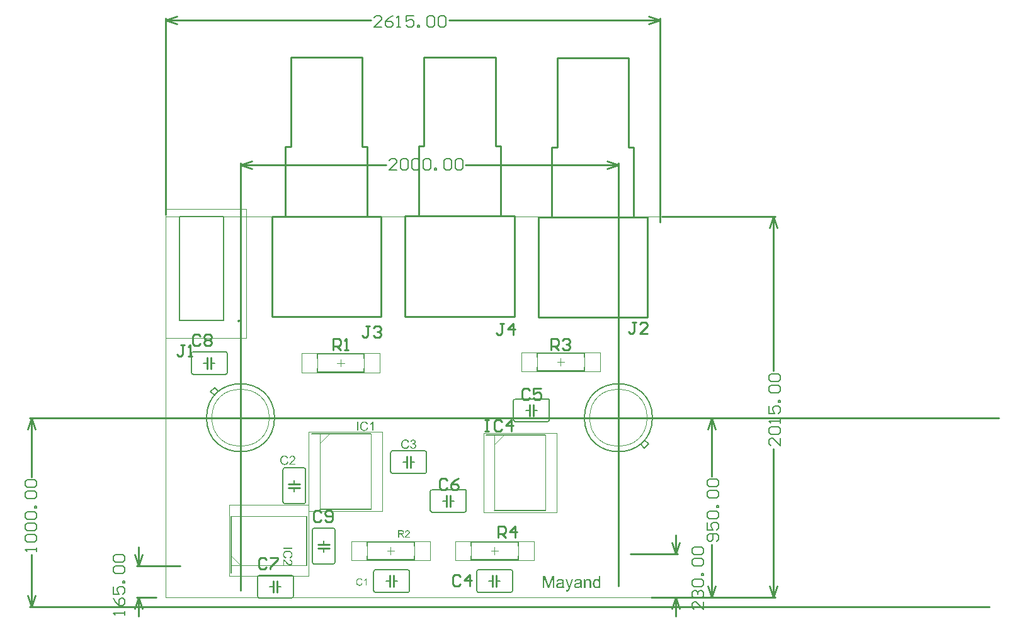
<source format=gto>
G04*
G04 #@! TF.GenerationSoftware,Altium Limited,Altium Designer,21.2.2 (38)*
G04*
G04 Layer_Color=65535*
%FSLAX25Y25*%
%MOIN*%
G70*
G04*
G04 #@! TF.SameCoordinates,2C2DF465-67B0-4465-8F2B-43406C1D41F1*
G04*
G04*
G04 #@! TF.FilePolarity,Positive*
G04*
G01*
G75*
%ADD10C,0.01181*%
%ADD11C,0.00787*%
%ADD12C,0.00000*%
%ADD13C,0.01000*%
%ADD14C,0.00394*%
%ADD15C,0.00600*%
%ADD16C,0.00500*%
%ADD17C,0.00200*%
%ADD18C,0.00197*%
G36*
X310016Y47878D02*
X309285D01*
Y48461D01*
X309276Y48451D01*
X309266Y48433D01*
X309239Y48396D01*
X309202Y48349D01*
X309156Y48303D01*
X309100Y48248D01*
X309035Y48183D01*
X308952Y48118D01*
X308869Y48054D01*
X308776Y47989D01*
X308665Y47933D01*
X308545Y47887D01*
X308425Y47841D01*
X308286Y47804D01*
X308138Y47785D01*
X307981Y47776D01*
X307925D01*
X307888Y47785D01*
X307777Y47794D01*
X307648Y47813D01*
X307490Y47850D01*
X307315Y47905D01*
X307139Y47980D01*
X306963Y48081D01*
X306954D01*
X306945Y48100D01*
X306889Y48137D01*
X306806Y48211D01*
X306704Y48303D01*
X306584Y48423D01*
X306464Y48572D01*
X306344Y48738D01*
X306242Y48932D01*
Y48941D01*
X306233Y48960D01*
X306223Y48988D01*
X306205Y49025D01*
X306186Y49080D01*
X306158Y49145D01*
X306140Y49210D01*
X306121Y49293D01*
X306075Y49478D01*
X306029Y49691D01*
X306001Y49931D01*
X305992Y50190D01*
Y50200D01*
Y50218D01*
Y50255D01*
Y50310D01*
X306001Y50366D01*
Y50440D01*
X306020Y50607D01*
X306048Y50801D01*
X306094Y51013D01*
X306149Y51236D01*
X306223Y51448D01*
Y51458D01*
X306233Y51476D01*
X306251Y51504D01*
X306270Y51541D01*
X306325Y51643D01*
X306399Y51772D01*
X306491Y51911D01*
X306612Y52049D01*
X306750Y52197D01*
X306917Y52318D01*
X306926D01*
X306936Y52327D01*
X306963Y52346D01*
X307000Y52364D01*
X307093Y52410D01*
X307222Y52475D01*
X307370Y52530D01*
X307546Y52577D01*
X307740Y52614D01*
X307944Y52623D01*
X308018D01*
X308092Y52614D01*
X308193Y52605D01*
X308314Y52577D01*
X308443Y52549D01*
X308573Y52503D01*
X308693Y52438D01*
X308712Y52429D01*
X308749Y52410D01*
X308804Y52364D01*
X308878Y52318D01*
X308970Y52253D01*
X309054Y52170D01*
X309146Y52087D01*
X309229Y51985D01*
Y54279D01*
X310016D01*
Y47878D01*
D02*
G37*
G36*
X303633Y52614D02*
X303735Y52605D01*
X303855Y52586D01*
X303985Y52558D01*
X304123Y52521D01*
X304253Y52466D01*
X304272Y52456D01*
X304309Y52438D01*
X304373Y52410D01*
X304447Y52364D01*
X304540Y52308D01*
X304623Y52235D01*
X304706Y52161D01*
X304780Y52068D01*
X304789Y52059D01*
X304808Y52022D01*
X304836Y51976D01*
X304882Y51911D01*
X304919Y51818D01*
X304956Y51726D01*
X305002Y51615D01*
X305030Y51494D01*
Y51485D01*
X305039Y51448D01*
X305048Y51393D01*
X305058Y51319D01*
Y51208D01*
X305067Y51078D01*
X305076Y50921D01*
Y50727D01*
Y47878D01*
X304290D01*
Y50690D01*
Y50699D01*
Y50708D01*
Y50773D01*
Y50856D01*
X304281Y50958D01*
X304272Y51078D01*
X304253Y51199D01*
X304225Y51310D01*
X304198Y51411D01*
Y51420D01*
X304179Y51448D01*
X304151Y51494D01*
X304123Y51550D01*
X304077Y51605D01*
X304022Y51670D01*
X303948Y51735D01*
X303865Y51790D01*
X303855Y51800D01*
X303828Y51818D01*
X303772Y51837D01*
X303707Y51864D01*
X303633Y51892D01*
X303541Y51920D01*
X303430Y51929D01*
X303319Y51938D01*
X303273D01*
X303236Y51929D01*
X303143Y51920D01*
X303023Y51902D01*
X302893Y51855D01*
X302745Y51800D01*
X302597Y51726D01*
X302459Y51615D01*
X302440Y51596D01*
X302403Y51550D01*
X302375Y51513D01*
X302347Y51467D01*
X302310Y51411D01*
X302283Y51346D01*
X302246Y51272D01*
X302209Y51180D01*
X302181Y51078D01*
X302153Y50967D01*
X302135Y50847D01*
X302116Y50718D01*
X302098Y50560D01*
Y50403D01*
Y47878D01*
X301311D01*
Y52521D01*
X302014D01*
Y51855D01*
X302024Y51864D01*
X302042Y51892D01*
X302070Y51929D01*
X302107Y51976D01*
X302163Y52031D01*
X302227Y52096D01*
X302301Y52170D01*
X302394Y52244D01*
X302486Y52308D01*
X302597Y52382D01*
X302717Y52447D01*
X302847Y52503D01*
X302995Y52549D01*
X303143Y52586D01*
X303309Y52614D01*
X303485Y52623D01*
X303559D01*
X303633Y52614D01*
D02*
G37*
G36*
X285605Y47878D02*
X284791D01*
Y53233D01*
X282923Y47878D01*
X282164D01*
X280314Y53326D01*
Y47878D01*
X279500D01*
Y54279D01*
X280767D01*
X282284Y49737D01*
Y49728D01*
X282294Y49709D01*
X282303Y49681D01*
X282321Y49635D01*
X282358Y49524D01*
X282404Y49385D01*
X282451Y49228D01*
X282506Y49071D01*
X282553Y48923D01*
X282590Y48794D01*
X282599Y48812D01*
X282608Y48858D01*
X282636Y48941D01*
X282673Y49053D01*
X282719Y49200D01*
X282784Y49376D01*
X282849Y49580D01*
X282932Y49820D01*
X284467Y54279D01*
X285605D01*
Y47878D01*
D02*
G37*
G36*
X293893Y47804D02*
Y47794D01*
X293884Y47767D01*
X293865Y47730D01*
X293847Y47684D01*
X293819Y47619D01*
X293791Y47545D01*
X293726Y47387D01*
X293662Y47212D01*
X293588Y47036D01*
X293514Y46879D01*
X293477Y46814D01*
X293449Y46749D01*
X293440Y46731D01*
X293412Y46685D01*
X293366Y46620D01*
X293310Y46536D01*
X293236Y46444D01*
X293153Y46352D01*
X293070Y46259D01*
X292968Y46185D01*
X292959Y46176D01*
X292922Y46157D01*
X292866Y46130D01*
X292783Y46093D01*
X292690Y46055D01*
X292580Y46028D01*
X292459Y46009D01*
X292320Y46000D01*
X292284D01*
X292237Y46009D01*
X292173D01*
X292098Y46028D01*
X292015Y46046D01*
X291923Y46065D01*
X291821Y46102D01*
X291738Y46832D01*
X291747D01*
X291784Y46823D01*
X291830Y46814D01*
X291886Y46795D01*
X292034Y46768D01*
X292182Y46758D01*
X292228D01*
X292274Y46768D01*
X292330D01*
X292469Y46795D01*
X292533Y46823D01*
X292598Y46851D01*
X292607D01*
X292626Y46870D01*
X292653Y46888D01*
X292690Y46916D01*
X292774Y46990D01*
X292848Y47091D01*
Y47101D01*
X292866Y47119D01*
X292885Y47156D01*
X292903Y47212D01*
X292940Y47286D01*
X292977Y47397D01*
X293033Y47526D01*
X293088Y47684D01*
Y47693D01*
X293107Y47730D01*
X293125Y47794D01*
X293162Y47878D01*
X291405Y52521D01*
X292237D01*
X293209Y49830D01*
Y49820D01*
X293218Y49811D01*
X293227Y49783D01*
X293236Y49737D01*
X293255Y49691D01*
X293273Y49635D01*
X293320Y49506D01*
X293375Y49349D01*
X293430Y49163D01*
X293486Y48969D01*
X293542Y48757D01*
Y48766D01*
X293551Y48784D01*
X293560Y48812D01*
X293569Y48849D01*
X293579Y48895D01*
X293597Y48951D01*
X293634Y49090D01*
X293680Y49247D01*
X293745Y49432D01*
X293800Y49617D01*
X293875Y49811D01*
X294873Y52521D01*
X295660D01*
X293893Y47804D01*
D02*
G37*
G36*
X298499Y52614D02*
X298638Y52605D01*
X298796Y52586D01*
X298953Y52558D01*
X299110Y52521D01*
X299258Y52475D01*
X299276Y52466D01*
X299323Y52447D01*
X299388Y52420D01*
X299471Y52382D01*
X299563Y52327D01*
X299656Y52271D01*
X299739Y52197D01*
X299813Y52123D01*
X299822Y52114D01*
X299841Y52087D01*
X299868Y52040D01*
X299905Y51985D01*
X299952Y51902D01*
X299989Y51818D01*
X300026Y51717D01*
X300054Y51596D01*
Y51587D01*
X300063Y51559D01*
X300072Y51504D01*
X300081Y51430D01*
Y51328D01*
X300091Y51208D01*
X300100Y51051D01*
Y50875D01*
Y49820D01*
Y49811D01*
Y49774D01*
Y49718D01*
Y49645D01*
Y49561D01*
Y49459D01*
X300109Y49237D01*
Y49006D01*
X300118Y48775D01*
X300128Y48673D01*
Y48581D01*
X300137Y48498D01*
X300146Y48433D01*
Y48423D01*
X300155Y48386D01*
X300165Y48331D01*
X300192Y48257D01*
X300211Y48174D01*
X300248Y48081D01*
X300294Y47980D01*
X300340Y47878D01*
X299517D01*
X299508Y47887D01*
X299499Y47924D01*
X299480Y47970D01*
X299452Y48044D01*
X299425Y48127D01*
X299406Y48229D01*
X299388Y48340D01*
X299369Y48461D01*
X299360D01*
X299351Y48442D01*
X299295Y48396D01*
X299212Y48331D01*
X299101Y48248D01*
X298962Y48164D01*
X298823Y48072D01*
X298675Y47989D01*
X298518Y47924D01*
X298499Y47915D01*
X298444Y47905D01*
X298361Y47878D01*
X298259Y47850D01*
X298130Y47822D01*
X297982Y47804D01*
X297815Y47785D01*
X297649Y47776D01*
X297574D01*
X297519Y47785D01*
X297454D01*
X297380Y47794D01*
X297214Y47822D01*
X297029Y47868D01*
X296825Y47933D01*
X296640Y48026D01*
X296474Y48146D01*
X296455Y48164D01*
X296409Y48211D01*
X296344Y48294D01*
X296270Y48405D01*
X296196Y48544D01*
X296131Y48701D01*
X296085Y48895D01*
X296076Y48988D01*
X296067Y49099D01*
Y49117D01*
Y49154D01*
X296076Y49219D01*
X296085Y49302D01*
X296104Y49404D01*
X296131Y49506D01*
X296168Y49617D01*
X296215Y49718D01*
X296224Y49728D01*
X296242Y49765D01*
X296280Y49820D01*
X296326Y49885D01*
X296381Y49959D01*
X296455Y50033D01*
X296529Y50107D01*
X296622Y50172D01*
X296631Y50181D01*
X296668Y50200D01*
X296714Y50236D01*
X296788Y50274D01*
X296871Y50310D01*
X296973Y50357D01*
X297075Y50394D01*
X297195Y50431D01*
X297204D01*
X297241Y50440D01*
X297297Y50459D01*
X297371Y50468D01*
X297463Y50486D01*
X297584Y50505D01*
X297723Y50533D01*
X297889Y50551D01*
X297898D01*
X297935Y50560D01*
X297982D01*
X298046Y50569D01*
X298120Y50579D01*
X298213Y50597D01*
X298314Y50607D01*
X298426Y50625D01*
X298647Y50671D01*
X298888Y50718D01*
X299101Y50773D01*
X299202Y50801D01*
X299295Y50828D01*
Y50838D01*
Y50856D01*
X299304Y50912D01*
Y50977D01*
Y51013D01*
Y51032D01*
Y51041D01*
Y51051D01*
Y51106D01*
X299295Y51199D01*
X299276Y51300D01*
X299249Y51411D01*
X299202Y51522D01*
X299147Y51624D01*
X299073Y51707D01*
X299064Y51717D01*
X299018Y51753D01*
X298943Y51790D01*
X298851Y51846D01*
X298722Y51892D01*
X298573Y51938D01*
X298389Y51966D01*
X298176Y51976D01*
X298083D01*
X297991Y51966D01*
X297861Y51948D01*
X297732Y51929D01*
X297593Y51892D01*
X297463Y51846D01*
X297353Y51781D01*
X297343Y51772D01*
X297306Y51744D01*
X297260Y51698D01*
X297204Y51624D01*
X297149Y51531D01*
X297084Y51411D01*
X297029Y51263D01*
X296973Y51097D01*
X296205Y51199D01*
Y51208D01*
X296215Y51217D01*
Y51245D01*
X296224Y51282D01*
X296252Y51365D01*
X296289Y51485D01*
X296335Y51605D01*
X296391Y51735D01*
X296464Y51864D01*
X296548Y51985D01*
X296557Y51994D01*
X296594Y52031D01*
X296650Y52087D01*
X296724Y52161D01*
X296825Y52235D01*
X296946Y52308D01*
X297084Y52392D01*
X297241Y52456D01*
X297251D01*
X297260Y52466D01*
X297288Y52475D01*
X297325Y52484D01*
X297417Y52512D01*
X297547Y52540D01*
X297695Y52567D01*
X297880Y52595D01*
X298074Y52614D01*
X298296Y52623D01*
X298398D01*
X298499Y52614D01*
D02*
G37*
G36*
X289046D02*
X289185Y52605D01*
X289342Y52586D01*
X289499Y52558D01*
X289656Y52521D01*
X289805Y52475D01*
X289823Y52466D01*
X289869Y52447D01*
X289934Y52420D01*
X290017Y52382D01*
X290110Y52327D01*
X290202Y52271D01*
X290285Y52197D01*
X290359Y52123D01*
X290369Y52114D01*
X290387Y52087D01*
X290415Y52040D01*
X290452Y51985D01*
X290498Y51902D01*
X290535Y51818D01*
X290572Y51717D01*
X290600Y51596D01*
Y51587D01*
X290609Y51559D01*
X290618Y51504D01*
X290628Y51430D01*
Y51328D01*
X290637Y51208D01*
X290646Y51051D01*
Y50875D01*
Y49820D01*
Y49811D01*
Y49774D01*
Y49718D01*
Y49645D01*
Y49561D01*
Y49459D01*
X290655Y49237D01*
Y49006D01*
X290665Y48775D01*
X290674Y48673D01*
Y48581D01*
X290683Y48498D01*
X290692Y48433D01*
Y48423D01*
X290702Y48386D01*
X290711Y48331D01*
X290739Y48257D01*
X290757Y48174D01*
X290794Y48081D01*
X290841Y47980D01*
X290887Y47878D01*
X290064D01*
X290054Y47887D01*
X290045Y47924D01*
X290026Y47970D01*
X289999Y48044D01*
X289971Y48127D01*
X289952Y48229D01*
X289934Y48340D01*
X289915Y48461D01*
X289906D01*
X289897Y48442D01*
X289842Y48396D01*
X289758Y48331D01*
X289647Y48248D01*
X289509Y48164D01*
X289370Y48072D01*
X289222Y47989D01*
X289065Y47924D01*
X289046Y47915D01*
X288990Y47905D01*
X288907Y47878D01*
X288806Y47850D01*
X288676Y47822D01*
X288528Y47804D01*
X288362Y47785D01*
X288195Y47776D01*
X288121D01*
X288066Y47785D01*
X288001D01*
X287927Y47794D01*
X287760Y47822D01*
X287575Y47868D01*
X287372Y47933D01*
X287187Y48026D01*
X287020Y48146D01*
X287002Y48164D01*
X286955Y48211D01*
X286891Y48294D01*
X286817Y48405D01*
X286743Y48544D01*
X286678Y48701D01*
X286632Y48895D01*
X286623Y48988D01*
X286613Y49099D01*
Y49117D01*
Y49154D01*
X286623Y49219D01*
X286632Y49302D01*
X286650Y49404D01*
X286678Y49506D01*
X286715Y49617D01*
X286761Y49718D01*
X286771Y49728D01*
X286789Y49765D01*
X286826Y49820D01*
X286872Y49885D01*
X286928Y49959D01*
X287002Y50033D01*
X287076Y50107D01*
X287168Y50172D01*
X287177Y50181D01*
X287214Y50200D01*
X287261Y50236D01*
X287335Y50274D01*
X287418Y50310D01*
X287520Y50357D01*
X287621Y50394D01*
X287742Y50431D01*
X287751D01*
X287788Y50440D01*
X287843Y50459D01*
X287917Y50468D01*
X288010Y50486D01*
X288130Y50505D01*
X288269Y50533D01*
X288436Y50551D01*
X288445D01*
X288482Y50560D01*
X288528D01*
X288593Y50569D01*
X288667Y50579D01*
X288759Y50597D01*
X288861Y50607D01*
X288972Y50625D01*
X289194Y50671D01*
X289435Y50718D01*
X289647Y50773D01*
X289749Y50801D01*
X289842Y50828D01*
Y50838D01*
Y50856D01*
X289851Y50912D01*
Y50977D01*
Y51013D01*
Y51032D01*
Y51041D01*
Y51051D01*
Y51106D01*
X289842Y51199D01*
X289823Y51300D01*
X289795Y51411D01*
X289749Y51522D01*
X289693Y51624D01*
X289619Y51707D01*
X289610Y51717D01*
X289564Y51753D01*
X289490Y51790D01*
X289398Y51846D01*
X289268Y51892D01*
X289120Y51938D01*
X288935Y51966D01*
X288722Y51976D01*
X288630D01*
X288537Y51966D01*
X288408Y51948D01*
X288278Y51929D01*
X288140Y51892D01*
X288010Y51846D01*
X287899Y51781D01*
X287890Y51772D01*
X287853Y51744D01*
X287807Y51698D01*
X287751Y51624D01*
X287696Y51531D01*
X287631Y51411D01*
X287575Y51263D01*
X287520Y51097D01*
X286752Y51199D01*
Y51208D01*
X286761Y51217D01*
Y51245D01*
X286771Y51282D01*
X286798Y51365D01*
X286835Y51485D01*
X286881Y51605D01*
X286937Y51735D01*
X287011Y51864D01*
X287094Y51985D01*
X287104Y51994D01*
X287140Y52031D01*
X287196Y52087D01*
X287270Y52161D01*
X287372Y52235D01*
X287492Y52308D01*
X287631Y52392D01*
X287788Y52456D01*
X287797D01*
X287807Y52466D01*
X287834Y52475D01*
X287871Y52484D01*
X287964Y52512D01*
X288093Y52540D01*
X288241Y52567D01*
X288426Y52595D01*
X288620Y52614D01*
X288843Y52623D01*
X288944D01*
X289046Y52614D01*
D02*
G37*
G36*
X146901Y68595D02*
X142099D01*
Y69233D01*
X146901D01*
Y68595D01*
D02*
G37*
G36*
X144660Y67651D02*
X144729D01*
X144798Y67644D01*
X144889Y67637D01*
X144979Y67623D01*
X145180Y67588D01*
X145402Y67540D01*
X145624Y67470D01*
X145839Y67373D01*
X145846Y67366D01*
X145867Y67359D01*
X145895Y67345D01*
X145930Y67318D01*
X145978Y67290D01*
X146034Y67255D01*
X146159Y67165D01*
X146298Y67047D01*
X146436Y66908D01*
X146575Y66749D01*
X146693Y66561D01*
X146700Y66554D01*
X146707Y66533D01*
X146721Y66506D01*
X146742Y66471D01*
X146762Y66415D01*
X146783Y66360D01*
X146811Y66290D01*
X146839Y66214D01*
X146867Y66131D01*
X146894Y66041D01*
X146936Y65846D01*
X146971Y65624D01*
X146985Y65395D01*
Y65326D01*
X146978Y65277D01*
X146971Y65215D01*
X146964Y65139D01*
X146957Y65062D01*
X146936Y64972D01*
X146894Y64784D01*
X146832Y64576D01*
X146790Y64472D01*
X146742Y64375D01*
X146679Y64278D01*
X146617Y64181D01*
X146610Y64174D01*
X146603Y64160D01*
X146582Y64132D01*
X146547Y64097D01*
X146513Y64063D01*
X146464Y64014D01*
X146408Y63966D01*
X146353Y63910D01*
X146284Y63855D01*
X146200Y63799D01*
X146117Y63737D01*
X146027Y63681D01*
X145923Y63633D01*
X145819Y63577D01*
X145708Y63535D01*
X145583Y63494D01*
X145437Y64118D01*
X145444D01*
X145458Y64125D01*
X145485Y64139D01*
X145520Y64153D01*
X145562Y64167D01*
X145617Y64188D01*
X145728Y64243D01*
X145853Y64313D01*
X145978Y64396D01*
X146096Y64500D01*
X146200Y64611D01*
X146214Y64625D01*
X146242Y64667D01*
X146277Y64736D01*
X146325Y64826D01*
X146367Y64944D01*
X146408Y65076D01*
X146436Y65236D01*
X146443Y65409D01*
Y65465D01*
X146436Y65499D01*
Y65548D01*
X146429Y65604D01*
X146408Y65735D01*
X146381Y65881D01*
X146332Y66034D01*
X146263Y66193D01*
X146172Y66339D01*
Y66346D01*
X146159Y66353D01*
X146124Y66402D01*
X146068Y66464D01*
X145985Y66540D01*
X145881Y66631D01*
X145763Y66714D01*
X145617Y66790D01*
X145458Y66860D01*
X145451D01*
X145437Y66866D01*
X145416Y66874D01*
X145381Y66880D01*
X145340Y66894D01*
X145291Y66908D01*
X145173Y66929D01*
X145034Y66957D01*
X144882Y66984D01*
X144715Y66998D01*
X144535Y67005D01*
X144528D01*
X144507D01*
X144472D01*
X144431D01*
X144382Y66998D01*
X144320D01*
X144250Y66992D01*
X144174Y66984D01*
X144007Y66964D01*
X143827Y66929D01*
X143646Y66887D01*
X143466Y66832D01*
X143459D01*
X143445Y66825D01*
X143424Y66811D01*
X143390Y66797D01*
X143306Y66755D01*
X143209Y66693D01*
X143098Y66617D01*
X142980Y66519D01*
X142876Y66408D01*
X142779Y66277D01*
Y66270D01*
X142772Y66256D01*
X142758Y66235D01*
X142744Y66207D01*
X142730Y66172D01*
X142710Y66131D01*
X142668Y66034D01*
X142626Y65909D01*
X142592Y65770D01*
X142564Y65617D01*
X142557Y65458D01*
Y65409D01*
X142564Y65368D01*
Y65319D01*
X142571Y65270D01*
X142598Y65145D01*
X142633Y65000D01*
X142689Y64854D01*
X142765Y64701D01*
X142807Y64625D01*
X142862Y64556D01*
X142869Y64549D01*
X142876Y64542D01*
X142897Y64521D01*
X142918Y64493D01*
X142952Y64465D01*
X142994Y64431D01*
X143036Y64389D01*
X143091Y64354D01*
X143154Y64313D01*
X143223Y64264D01*
X143292Y64222D01*
X143376Y64181D01*
X143466Y64146D01*
X143563Y64111D01*
X143667Y64077D01*
X143778Y64049D01*
X143619Y63410D01*
X143612D01*
X143584Y63417D01*
X143542Y63431D01*
X143487Y63452D01*
X143424Y63473D01*
X143348Y63501D01*
X143265Y63535D01*
X143175Y63577D01*
X142980Y63674D01*
X142786Y63799D01*
X142689Y63875D01*
X142592Y63952D01*
X142508Y64035D01*
X142425Y64132D01*
X142418Y64139D01*
X142404Y64153D01*
X142390Y64188D01*
X142362Y64222D01*
X142328Y64278D01*
X142293Y64333D01*
X142258Y64410D01*
X142224Y64486D01*
X142182Y64576D01*
X142147Y64674D01*
X142113Y64778D01*
X142078Y64889D01*
X142050Y65007D01*
X142036Y65131D01*
X142022Y65263D01*
X142016Y65402D01*
Y65478D01*
X142022Y65534D01*
Y65596D01*
X142029Y65673D01*
X142043Y65756D01*
X142057Y65853D01*
X142092Y66055D01*
X142147Y66263D01*
X142224Y66471D01*
X142272Y66568D01*
X142328Y66665D01*
X142335Y66672D01*
X142342Y66686D01*
X142362Y66714D01*
X142390Y66742D01*
X142418Y66783D01*
X142460Y66832D01*
X142508Y66887D01*
X142564Y66943D01*
X142626Y66998D01*
X142689Y67061D01*
X142848Y67186D01*
X143036Y67304D01*
X143244Y67408D01*
X143251D01*
X143272Y67422D01*
X143306Y67429D01*
X143348Y67449D01*
X143403Y67463D01*
X143473Y67484D01*
X143549Y67512D01*
X143632Y67533D01*
X143723Y67554D01*
X143827Y67581D01*
X144042Y67616D01*
X144285Y67644D01*
X144535Y67658D01*
X144542D01*
X144569D01*
X144611D01*
X144660Y67651D01*
D02*
G37*
G36*
X142231Y62945D02*
X142293Y62938D01*
X142362Y62925D01*
X142432Y62911D01*
X142508Y62883D01*
X142515D01*
X142522Y62876D01*
X142564Y62862D01*
X142626Y62834D01*
X142710Y62793D01*
X142807Y62737D01*
X142918Y62668D01*
X143029Y62591D01*
X143147Y62494D01*
X143154D01*
X143161Y62480D01*
X143202Y62446D01*
X143265Y62383D01*
X143355Y62293D01*
X143459Y62189D01*
X143584Y62057D01*
X143723Y61897D01*
X143869Y61724D01*
X143875Y61717D01*
X143896Y61689D01*
X143931Y61648D01*
X143973Y61599D01*
X144028Y61537D01*
X144090Y61460D01*
X144160Y61384D01*
X144236Y61294D01*
X144403Y61120D01*
X144569Y60947D01*
X144653Y60863D01*
X144736Y60787D01*
X144812Y60718D01*
X144889Y60662D01*
X144896D01*
X144903Y60648D01*
X144923Y60634D01*
X144951Y60620D01*
X145027Y60572D01*
X145118Y60516D01*
X145229Y60468D01*
X145347Y60419D01*
X145478Y60391D01*
X145604Y60378D01*
X145610D01*
X145617D01*
X145659Y60385D01*
X145728Y60391D01*
X145805Y60412D01*
X145902Y60440D01*
X145999Y60489D01*
X146096Y60551D01*
X146193Y60634D01*
X146207Y60648D01*
X146235Y60683D01*
X146270Y60732D01*
X146318Y60808D01*
X146360Y60905D01*
X146402Y61016D01*
X146429Y61148D01*
X146436Y61294D01*
Y61335D01*
X146429Y61363D01*
X146422Y61446D01*
X146402Y61544D01*
X146374Y61648D01*
X146325Y61766D01*
X146263Y61877D01*
X146179Y61981D01*
X146166Y61995D01*
X146131Y62022D01*
X146075Y62064D01*
X145992Y62106D01*
X145895Y62154D01*
X145770Y62196D01*
X145631Y62224D01*
X145472Y62238D01*
X145534Y62841D01*
X145541D01*
X145562Y62834D01*
X145597D01*
X145645Y62827D01*
X145701Y62814D01*
X145763Y62800D01*
X145839Y62779D01*
X145916Y62758D01*
X146082Y62703D01*
X146249Y62619D01*
X146332Y62571D01*
X146415Y62508D01*
X146492Y62446D01*
X146561Y62376D01*
X146568Y62369D01*
X146575Y62356D01*
X146596Y62335D01*
X146617Y62300D01*
X146644Y62258D01*
X146672Y62210D01*
X146707Y62154D01*
X146742Y62085D01*
X146776Y62009D01*
X146811Y61925D01*
X146839Y61835D01*
X146867Y61738D01*
X146887Y61634D01*
X146908Y61523D01*
X146915Y61405D01*
X146922Y61280D01*
Y61210D01*
X146915Y61162D01*
X146908Y61106D01*
X146901Y61037D01*
X146887Y60961D01*
X146873Y60884D01*
X146825Y60704D01*
X146756Y60523D01*
X146714Y60433D01*
X146665Y60343D01*
X146603Y60260D01*
X146533Y60183D01*
X146527Y60176D01*
X146519Y60163D01*
X146492Y60149D01*
X146464Y60121D01*
X146429Y60086D01*
X146381Y60052D01*
X146332Y60017D01*
X146270Y59975D01*
X146138Y59906D01*
X145971Y59836D01*
X145888Y59809D01*
X145791Y59795D01*
X145694Y59781D01*
X145590Y59774D01*
X145576D01*
X145541D01*
X145485Y59781D01*
X145409Y59788D01*
X145326Y59802D01*
X145229Y59829D01*
X145125Y59857D01*
X145020Y59899D01*
X145007Y59906D01*
X144972Y59920D01*
X144916Y59947D01*
X144840Y59989D01*
X144757Y60044D01*
X144653Y60114D01*
X144549Y60197D01*
X144431Y60294D01*
X144417Y60308D01*
X144375Y60343D01*
X144340Y60378D01*
X144306Y60412D01*
X144264Y60454D01*
X144209Y60510D01*
X144153Y60565D01*
X144090Y60634D01*
X144021Y60704D01*
X143945Y60787D01*
X143869Y60877D01*
X143778Y60975D01*
X143688Y61085D01*
X143591Y61197D01*
X143584Y61203D01*
X143570Y61217D01*
X143549Y61245D01*
X143521Y61280D01*
X143480Y61322D01*
X143438Y61370D01*
X143348Y61481D01*
X143244Y61599D01*
X143140Y61710D01*
X143050Y61807D01*
X143015Y61849D01*
X142980Y61884D01*
X142973Y61891D01*
X142952Y61911D01*
X142925Y61939D01*
X142883Y61974D01*
X142834Y62009D01*
X142786Y62050D01*
X142668Y62134D01*
Y59767D01*
X142099D01*
Y62952D01*
X142106D01*
X142133D01*
X142175D01*
X142231Y62945D01*
D02*
G37*
G36*
X207962Y78423D02*
X208006Y78417D01*
X208062Y78412D01*
X208123Y78401D01*
X208184Y78390D01*
X208328Y78351D01*
X208472Y78295D01*
X208545Y78262D01*
X208617Y78223D01*
X208683Y78173D01*
X208745Y78118D01*
X208750Y78112D01*
X208761Y78107D01*
X208772Y78084D01*
X208794Y78062D01*
X208822Y78035D01*
X208850Y77996D01*
X208878Y77957D01*
X208911Y77907D01*
X208966Y77802D01*
X209022Y77668D01*
X209044Y77602D01*
X209055Y77524D01*
X209066Y77446D01*
X209072Y77363D01*
Y77352D01*
Y77324D01*
X209066Y77280D01*
X209061Y77219D01*
X209050Y77152D01*
X209028Y77074D01*
X209005Y76991D01*
X208972Y76908D01*
X208966Y76897D01*
X208955Y76869D01*
X208933Y76825D01*
X208900Y76764D01*
X208856Y76697D01*
X208800Y76614D01*
X208733Y76530D01*
X208656Y76436D01*
X208645Y76425D01*
X208617Y76392D01*
X208589Y76364D01*
X208561Y76336D01*
X208528Y76303D01*
X208484Y76259D01*
X208439Y76214D01*
X208384Y76164D01*
X208328Y76109D01*
X208262Y76048D01*
X208190Y75987D01*
X208112Y75915D01*
X208023Y75842D01*
X207934Y75765D01*
X207929Y75759D01*
X207917Y75748D01*
X207895Y75731D01*
X207868Y75709D01*
X207834Y75676D01*
X207795Y75643D01*
X207707Y75570D01*
X207612Y75487D01*
X207523Y75404D01*
X207446Y75332D01*
X207413Y75304D01*
X207385Y75276D01*
X207379Y75271D01*
X207363Y75254D01*
X207340Y75232D01*
X207313Y75199D01*
X207285Y75160D01*
X207252Y75121D01*
X207185Y75027D01*
X209078D01*
Y74571D01*
X206530D01*
Y74577D01*
Y74599D01*
Y74632D01*
X206536Y74677D01*
X206541Y74727D01*
X206552Y74782D01*
X206563Y74838D01*
X206586Y74899D01*
Y74904D01*
X206591Y74910D01*
X206602Y74943D01*
X206624Y74993D01*
X206658Y75060D01*
X206702Y75138D01*
X206758Y75226D01*
X206819Y75315D01*
X206896Y75409D01*
Y75415D01*
X206907Y75420D01*
X206935Y75454D01*
X206985Y75504D01*
X207057Y75576D01*
X207140Y75659D01*
X207246Y75759D01*
X207374Y75870D01*
X207512Y75987D01*
X207518Y75992D01*
X207540Y76009D01*
X207573Y76037D01*
X207612Y76070D01*
X207662Y76114D01*
X207723Y76164D01*
X207784Y76220D01*
X207856Y76281D01*
X207995Y76414D01*
X208134Y76547D01*
X208201Y76614D01*
X208262Y76680D01*
X208317Y76741D01*
X208362Y76802D01*
Y76808D01*
X208373Y76814D01*
X208384Y76830D01*
X208395Y76852D01*
X208434Y76913D01*
X208478Y76986D01*
X208517Y77074D01*
X208556Y77169D01*
X208578Y77274D01*
X208589Y77374D01*
Y77380D01*
Y77385D01*
X208583Y77419D01*
X208578Y77474D01*
X208561Y77535D01*
X208539Y77613D01*
X208500Y77691D01*
X208450Y77768D01*
X208384Y77846D01*
X208373Y77857D01*
X208345Y77879D01*
X208306Y77907D01*
X208245Y77946D01*
X208167Y77979D01*
X208079Y78012D01*
X207973Y78035D01*
X207856Y78040D01*
X207823D01*
X207801Y78035D01*
X207734Y78029D01*
X207657Y78012D01*
X207573Y77990D01*
X207479Y77951D01*
X207390Y77901D01*
X207307Y77835D01*
X207296Y77824D01*
X207274Y77796D01*
X207240Y77751D01*
X207207Y77685D01*
X207168Y77607D01*
X207135Y77507D01*
X207113Y77396D01*
X207102Y77269D01*
X206619Y77319D01*
Y77324D01*
X206624Y77341D01*
Y77369D01*
X206630Y77407D01*
X206641Y77452D01*
X206652Y77502D01*
X206669Y77563D01*
X206685Y77624D01*
X206730Y77757D01*
X206796Y77890D01*
X206835Y77957D01*
X206885Y78023D01*
X206935Y78084D01*
X206991Y78140D01*
X206996Y78146D01*
X207007Y78151D01*
X207024Y78168D01*
X207052Y78184D01*
X207085Y78207D01*
X207124Y78229D01*
X207168Y78257D01*
X207224Y78284D01*
X207285Y78312D01*
X207351Y78340D01*
X207424Y78362D01*
X207501Y78384D01*
X207585Y78401D01*
X207673Y78417D01*
X207768Y78423D01*
X207868Y78429D01*
X207923D01*
X207962Y78423D01*
D02*
G37*
G36*
X204749Y78406D02*
X204798D01*
X204915Y78401D01*
X205037Y78384D01*
X205170Y78368D01*
X205292Y78340D01*
X205353Y78323D01*
X205403Y78307D01*
X205409D01*
X205415Y78301D01*
X205448Y78284D01*
X205498Y78262D01*
X205559Y78223D01*
X205625Y78173D01*
X205697Y78107D01*
X205764Y78029D01*
X205831Y77940D01*
Y77935D01*
X205836Y77929D01*
X205858Y77896D01*
X205881Y77840D01*
X205914Y77768D01*
X205942Y77685D01*
X205970Y77585D01*
X205986Y77480D01*
X205992Y77363D01*
Y77358D01*
Y77346D01*
Y77324D01*
X205986Y77296D01*
Y77258D01*
X205981Y77219D01*
X205958Y77124D01*
X205925Y77013D01*
X205881Y76897D01*
X205814Y76780D01*
X205770Y76725D01*
X205725Y76669D01*
X205720Y76664D01*
X205714Y76658D01*
X205697Y76641D01*
X205675Y76625D01*
X205648Y76603D01*
X205614Y76581D01*
X205570Y76553D01*
X205525Y76519D01*
X205470Y76492D01*
X205409Y76464D01*
X205342Y76431D01*
X205270Y76403D01*
X205187Y76381D01*
X205104Y76353D01*
X205009Y76336D01*
X204909Y76320D01*
X204921Y76314D01*
X204943Y76303D01*
X204976Y76281D01*
X205020Y76259D01*
X205120Y76197D01*
X205170Y76159D01*
X205215Y76125D01*
X205226Y76114D01*
X205254Y76086D01*
X205298Y76042D01*
X205353Y75987D01*
X205415Y75909D01*
X205487Y75826D01*
X205559Y75726D01*
X205637Y75615D01*
X206297Y74571D01*
X205664D01*
X205159Y75371D01*
Y75376D01*
X205148Y75387D01*
X205137Y75404D01*
X205120Y75426D01*
X205082Y75487D01*
X205031Y75565D01*
X204971Y75648D01*
X204909Y75737D01*
X204848Y75820D01*
X204793Y75898D01*
X204787Y75903D01*
X204771Y75926D01*
X204743Y75959D01*
X204704Y75998D01*
X204621Y76081D01*
X204576Y76120D01*
X204532Y76153D01*
X204526Y76159D01*
X204515Y76164D01*
X204493Y76175D01*
X204460Y76192D01*
X204427Y76209D01*
X204388Y76225D01*
X204299Y76253D01*
X204293D01*
X204282Y76259D01*
X204260D01*
X204232Y76264D01*
X204193Y76270D01*
X204149D01*
X204088Y76275D01*
X203433D01*
Y74571D01*
X202923D01*
Y78412D01*
X204704D01*
X204749Y78406D01*
D02*
G37*
G36*
X185163Y135978D02*
X185226Y135971D01*
X185302Y135964D01*
X185379Y135957D01*
X185469Y135936D01*
X185656Y135894D01*
X185864Y135832D01*
X185968Y135790D01*
X186066Y135742D01*
X186163Y135679D01*
X186260Y135617D01*
X186267Y135610D01*
X186281Y135603D01*
X186309Y135582D01*
X186343Y135547D01*
X186378Y135513D01*
X186426Y135464D01*
X186475Y135408D01*
X186531Y135353D01*
X186586Y135284D01*
X186642Y135200D01*
X186704Y135117D01*
X186760Y135027D01*
X186808Y134923D01*
X186864Y134819D01*
X186905Y134708D01*
X186947Y134583D01*
X186322Y134437D01*
Y134444D01*
X186316Y134458D01*
X186302Y134485D01*
X186288Y134520D01*
X186274Y134562D01*
X186253Y134617D01*
X186197Y134728D01*
X186128Y134853D01*
X186045Y134978D01*
X185941Y135096D01*
X185830Y135200D01*
X185816Y135214D01*
X185774Y135242D01*
X185705Y135277D01*
X185615Y135325D01*
X185496Y135367D01*
X185365Y135408D01*
X185205Y135436D01*
X185031Y135443D01*
X184976D01*
X184941Y135436D01*
X184893D01*
X184837Y135429D01*
X184705Y135408D01*
X184560Y135381D01*
X184407Y135332D01*
X184247Y135263D01*
X184102Y135172D01*
X184095D01*
X184088Y135159D01*
X184039Y135124D01*
X183977Y135068D01*
X183900Y134985D01*
X183810Y134881D01*
X183727Y134763D01*
X183651Y134617D01*
X183581Y134458D01*
Y134451D01*
X183574Y134437D01*
X183567Y134416D01*
X183560Y134381D01*
X183546Y134340D01*
X183533Y134291D01*
X183512Y134173D01*
X183484Y134034D01*
X183456Y133882D01*
X183442Y133715D01*
X183435Y133535D01*
Y133528D01*
Y133507D01*
Y133472D01*
Y133431D01*
X183442Y133382D01*
Y133320D01*
X183449Y133250D01*
X183456Y133174D01*
X183477Y133007D01*
X183512Y132827D01*
X183553Y132646D01*
X183609Y132466D01*
Y132459D01*
X183616Y132445D01*
X183630Y132424D01*
X183644Y132390D01*
X183685Y132306D01*
X183748Y132209D01*
X183824Y132098D01*
X183921Y131980D01*
X184032Y131876D01*
X184164Y131779D01*
X184171D01*
X184185Y131772D01*
X184206Y131758D01*
X184233Y131744D01*
X184268Y131730D01*
X184310Y131710D01*
X184407Y131668D01*
X184532Y131626D01*
X184671Y131591D01*
X184823Y131564D01*
X184983Y131557D01*
X185031D01*
X185073Y131564D01*
X185122D01*
X185170Y131571D01*
X185295Y131598D01*
X185441Y131633D01*
X185587Y131689D01*
X185739Y131765D01*
X185816Y131807D01*
X185885Y131862D01*
X185892Y131869D01*
X185899Y131876D01*
X185920Y131897D01*
X185948Y131918D01*
X185975Y131952D01*
X186010Y131994D01*
X186052Y132036D01*
X186086Y132091D01*
X186128Y132154D01*
X186177Y132223D01*
X186218Y132292D01*
X186260Y132376D01*
X186295Y132466D01*
X186329Y132563D01*
X186364Y132667D01*
X186392Y132778D01*
X187030Y132619D01*
Y132612D01*
X187023Y132584D01*
X187009Y132542D01*
X186989Y132487D01*
X186968Y132424D01*
X186940Y132348D01*
X186905Y132265D01*
X186864Y132175D01*
X186767Y131980D01*
X186642Y131786D01*
X186565Y131689D01*
X186489Y131591D01*
X186406Y131508D01*
X186309Y131425D01*
X186302Y131418D01*
X186288Y131404D01*
X186253Y131390D01*
X186218Y131362D01*
X186163Y131328D01*
X186107Y131293D01*
X186031Y131258D01*
X185955Y131224D01*
X185864Y131182D01*
X185767Y131147D01*
X185663Y131113D01*
X185552Y131078D01*
X185434Y131050D01*
X185309Y131036D01*
X185177Y131022D01*
X185038Y131016D01*
X184962D01*
X184907Y131022D01*
X184844D01*
X184768Y131029D01*
X184685Y131043D01*
X184587Y131057D01*
X184386Y131092D01*
X184178Y131147D01*
X183970Y131224D01*
X183873Y131272D01*
X183775Y131328D01*
X183768Y131335D01*
X183755Y131342D01*
X183727Y131362D01*
X183699Y131390D01*
X183657Y131418D01*
X183609Y131460D01*
X183553Y131508D01*
X183498Y131564D01*
X183442Y131626D01*
X183380Y131689D01*
X183255Y131848D01*
X183137Y132036D01*
X183033Y132244D01*
Y132251D01*
X183019Y132272D01*
X183012Y132306D01*
X182991Y132348D01*
X182977Y132404D01*
X182957Y132473D01*
X182929Y132549D01*
X182908Y132633D01*
X182887Y132723D01*
X182859Y132827D01*
X182825Y133042D01*
X182797Y133285D01*
X182783Y133535D01*
Y133542D01*
Y133569D01*
Y133611D01*
X182790Y133660D01*
Y133729D01*
X182797Y133798D01*
X182804Y133889D01*
X182818Y133979D01*
X182852Y134180D01*
X182901Y134402D01*
X182970Y134624D01*
X183068Y134839D01*
X183074Y134846D01*
X183081Y134867D01*
X183095Y134895D01*
X183123Y134930D01*
X183151Y134978D01*
X183186Y135034D01*
X183276Y135159D01*
X183394Y135298D01*
X183533Y135436D01*
X183692Y135575D01*
X183879Y135693D01*
X183886Y135700D01*
X183907Y135707D01*
X183935Y135721D01*
X183970Y135742D01*
X184025Y135762D01*
X184081Y135783D01*
X184150Y135811D01*
X184227Y135839D01*
X184310Y135866D01*
X184400Y135894D01*
X184594Y135936D01*
X184816Y135971D01*
X185045Y135985D01*
X185115D01*
X185163Y135978D01*
D02*
G37*
G36*
X189792Y131099D02*
X189202D01*
Y134853D01*
X189196Y134846D01*
X189161Y134819D01*
X189119Y134777D01*
X189050Y134728D01*
X188973Y134666D01*
X188876Y134597D01*
X188765Y134520D01*
X188640Y134444D01*
X188633D01*
X188627Y134437D01*
X188585Y134409D01*
X188515Y134374D01*
X188432Y134333D01*
X188335Y134284D01*
X188231Y134236D01*
X188127Y134187D01*
X188023Y134145D01*
Y134714D01*
X188030D01*
X188043Y134728D01*
X188071Y134735D01*
X188106Y134756D01*
X188148Y134777D01*
X188196Y134805D01*
X188314Y134874D01*
X188453Y134950D01*
X188592Y135048D01*
X188737Y135159D01*
X188883Y135277D01*
X188890Y135284D01*
X188897Y135291D01*
X188918Y135311D01*
X188946Y135332D01*
X189008Y135402D01*
X189092Y135485D01*
X189175Y135582D01*
X189265Y135693D01*
X189341Y135804D01*
X189411Y135922D01*
X189792D01*
Y131099D01*
D02*
G37*
G36*
X181846D02*
X181208D01*
Y135901D01*
X181846D01*
Y131099D01*
D02*
G37*
G36*
X182601Y52981D02*
X182651Y52976D01*
X182712Y52970D01*
X182773Y52965D01*
X182845Y52948D01*
X182995Y52915D01*
X183161Y52865D01*
X183245Y52832D01*
X183322Y52793D01*
X183400Y52743D01*
X183478Y52693D01*
X183483Y52687D01*
X183494Y52682D01*
X183517Y52665D01*
X183544Y52637D01*
X183572Y52609D01*
X183611Y52571D01*
X183650Y52526D01*
X183694Y52482D01*
X183739Y52426D01*
X183783Y52360D01*
X183833Y52293D01*
X183877Y52221D01*
X183916Y52138D01*
X183961Y52055D01*
X183994Y51966D01*
X184027Y51866D01*
X183528Y51749D01*
Y51755D01*
X183522Y51766D01*
X183511Y51788D01*
X183500Y51816D01*
X183489Y51849D01*
X183472Y51894D01*
X183428Y51982D01*
X183372Y52082D01*
X183306Y52182D01*
X183222Y52276D01*
X183134Y52360D01*
X183123Y52371D01*
X183089Y52393D01*
X183034Y52421D01*
X182962Y52460D01*
X182867Y52493D01*
X182762Y52526D01*
X182634Y52548D01*
X182495Y52554D01*
X182451D01*
X182423Y52548D01*
X182384D01*
X182340Y52543D01*
X182235Y52526D01*
X182118Y52504D01*
X181996Y52465D01*
X181868Y52410D01*
X181752Y52337D01*
X181746D01*
X181741Y52326D01*
X181702Y52299D01*
X181652Y52254D01*
X181591Y52188D01*
X181519Y52104D01*
X181452Y52010D01*
X181391Y51894D01*
X181335Y51766D01*
Y51760D01*
X181330Y51749D01*
X181324Y51733D01*
X181319Y51705D01*
X181308Y51672D01*
X181297Y51633D01*
X181280Y51538D01*
X181258Y51427D01*
X181236Y51305D01*
X181225Y51172D01*
X181219Y51028D01*
Y51022D01*
Y51006D01*
Y50978D01*
Y50945D01*
X181225Y50906D01*
Y50856D01*
X181230Y50800D01*
X181236Y50739D01*
X181252Y50606D01*
X181280Y50462D01*
X181313Y50317D01*
X181358Y50173D01*
Y50168D01*
X181363Y50156D01*
X181374Y50140D01*
X181385Y50112D01*
X181419Y50045D01*
X181469Y49968D01*
X181530Y49879D01*
X181607Y49785D01*
X181696Y49701D01*
X181802Y49624D01*
X181807D01*
X181818Y49618D01*
X181835Y49607D01*
X181857Y49596D01*
X181885Y49585D01*
X181918Y49568D01*
X181996Y49535D01*
X182096Y49501D01*
X182207Y49474D01*
X182329Y49452D01*
X182457Y49446D01*
X182495D01*
X182529Y49452D01*
X182568D01*
X182606Y49457D01*
X182706Y49479D01*
X182823Y49507D01*
X182940Y49551D01*
X183062Y49613D01*
X183123Y49646D01*
X183178Y49690D01*
X183184Y49696D01*
X183189Y49701D01*
X183206Y49718D01*
X183228Y49735D01*
X183250Y49762D01*
X183278Y49796D01*
X183311Y49829D01*
X183339Y49873D01*
X183372Y49923D01*
X183411Y49979D01*
X183444Y50034D01*
X183478Y50101D01*
X183505Y50173D01*
X183533Y50251D01*
X183561Y50334D01*
X183583Y50423D01*
X184094Y50295D01*
Y50290D01*
X184088Y50267D01*
X184077Y50234D01*
X184061Y50190D01*
X184044Y50140D01*
X184022Y50079D01*
X183994Y50012D01*
X183961Y49940D01*
X183883Y49785D01*
X183783Y49629D01*
X183722Y49551D01*
X183661Y49474D01*
X183594Y49407D01*
X183517Y49341D01*
X183511Y49335D01*
X183500Y49324D01*
X183472Y49313D01*
X183444Y49291D01*
X183400Y49263D01*
X183356Y49235D01*
X183295Y49207D01*
X183234Y49180D01*
X183161Y49146D01*
X183084Y49119D01*
X183001Y49091D01*
X182912Y49063D01*
X182817Y49041D01*
X182718Y49030D01*
X182612Y49019D01*
X182501Y49013D01*
X182440D01*
X182396Y49019D01*
X182346D01*
X182284Y49024D01*
X182218Y49035D01*
X182140Y49046D01*
X181979Y49074D01*
X181813Y49119D01*
X181646Y49180D01*
X181569Y49218D01*
X181491Y49263D01*
X181485Y49268D01*
X181474Y49274D01*
X181452Y49291D01*
X181430Y49313D01*
X181397Y49335D01*
X181358Y49368D01*
X181313Y49407D01*
X181269Y49452D01*
X181225Y49501D01*
X181175Y49551D01*
X181075Y49679D01*
X180980Y49829D01*
X180897Y49995D01*
Y50001D01*
X180886Y50018D01*
X180880Y50045D01*
X180864Y50079D01*
X180853Y50123D01*
X180836Y50179D01*
X180814Y50240D01*
X180797Y50306D01*
X180780Y50378D01*
X180758Y50462D01*
X180730Y50634D01*
X180708Y50828D01*
X180697Y51028D01*
Y51033D01*
Y51056D01*
Y51089D01*
X180703Y51128D01*
Y51183D01*
X180708Y51239D01*
X180714Y51311D01*
X180725Y51383D01*
X180753Y51544D01*
X180792Y51722D01*
X180847Y51899D01*
X180925Y52071D01*
X180930Y52077D01*
X180936Y52093D01*
X180947Y52115D01*
X180969Y52143D01*
X180991Y52182D01*
X181019Y52227D01*
X181091Y52326D01*
X181186Y52438D01*
X181297Y52548D01*
X181424Y52659D01*
X181574Y52754D01*
X181580Y52759D01*
X181596Y52765D01*
X181619Y52776D01*
X181646Y52793D01*
X181691Y52809D01*
X181735Y52826D01*
X181791Y52848D01*
X181852Y52870D01*
X181918Y52893D01*
X181990Y52915D01*
X182146Y52948D01*
X182323Y52976D01*
X182507Y52987D01*
X182562D01*
X182601Y52981D01*
D02*
G37*
G36*
X186303Y49080D02*
X185831D01*
Y52082D01*
X185826Y52077D01*
X185798Y52055D01*
X185764Y52021D01*
X185709Y51982D01*
X185648Y51932D01*
X185570Y51877D01*
X185481Y51816D01*
X185381Y51755D01*
X185376D01*
X185370Y51749D01*
X185337Y51727D01*
X185282Y51699D01*
X185215Y51666D01*
X185137Y51627D01*
X185054Y51588D01*
X184971Y51550D01*
X184888Y51516D01*
Y51971D01*
X184893D01*
X184904Y51982D01*
X184926Y51988D01*
X184954Y52004D01*
X184987Y52021D01*
X185026Y52043D01*
X185121Y52099D01*
X185232Y52160D01*
X185343Y52238D01*
X185459Y52326D01*
X185576Y52421D01*
X185581Y52426D01*
X185587Y52432D01*
X185603Y52449D01*
X185626Y52465D01*
X185676Y52521D01*
X185742Y52587D01*
X185809Y52665D01*
X185881Y52754D01*
X185942Y52843D01*
X185997Y52937D01*
X186303D01*
Y49080D01*
D02*
G37*
G36*
X206911Y126478D02*
X206973Y126471D01*
X207049Y126464D01*
X207126Y126457D01*
X207216Y126436D01*
X207403Y126394D01*
X207612Y126332D01*
X207716Y126290D01*
X207813Y126242D01*
X207910Y126179D01*
X208007Y126117D01*
X208014Y126110D01*
X208028Y126103D01*
X208056Y126082D01*
X208090Y126047D01*
X208125Y126013D01*
X208174Y125964D01*
X208222Y125909D01*
X208278Y125853D01*
X208333Y125784D01*
X208389Y125700D01*
X208451Y125617D01*
X208507Y125527D01*
X208556Y125423D01*
X208611Y125319D01*
X208653Y125208D01*
X208694Y125083D01*
X208070Y124937D01*
Y124944D01*
X208063Y124958D01*
X208049Y124986D01*
X208035Y125020D01*
X208021Y125062D01*
X208000Y125117D01*
X207945Y125228D01*
X207875Y125353D01*
X207792Y125478D01*
X207688Y125596D01*
X207577Y125700D01*
X207563Y125714D01*
X207522Y125742D01*
X207452Y125777D01*
X207362Y125825D01*
X207244Y125867D01*
X207112Y125909D01*
X206952Y125936D01*
X206779Y125943D01*
X206723D01*
X206689Y125936D01*
X206640D01*
X206585Y125929D01*
X206453Y125909D01*
X206307Y125881D01*
X206154Y125832D01*
X205995Y125763D01*
X205849Y125672D01*
X205842D01*
X205835Y125659D01*
X205786Y125624D01*
X205724Y125568D01*
X205648Y125485D01*
X205557Y125381D01*
X205474Y125263D01*
X205398Y125117D01*
X205328Y124958D01*
Y124951D01*
X205322Y124937D01*
X205314Y124916D01*
X205308Y124881D01*
X205294Y124840D01*
X205280Y124791D01*
X205259Y124673D01*
X205231Y124534D01*
X205204Y124382D01*
X205190Y124215D01*
X205183Y124035D01*
Y124028D01*
Y124007D01*
Y123972D01*
Y123931D01*
X205190Y123882D01*
Y123820D01*
X205197Y123750D01*
X205204Y123674D01*
X205224Y123507D01*
X205259Y123327D01*
X205301Y123146D01*
X205356Y122966D01*
Y122959D01*
X205363Y122945D01*
X205377Y122924D01*
X205391Y122890D01*
X205433Y122806D01*
X205495Y122709D01*
X205571Y122598D01*
X205668Y122480D01*
X205780Y122376D01*
X205911Y122279D01*
X205918D01*
X205932Y122272D01*
X205953Y122258D01*
X205981Y122244D01*
X206015Y122230D01*
X206057Y122210D01*
X206154Y122168D01*
X206279Y122126D01*
X206418Y122091D01*
X206571Y122064D01*
X206730Y122057D01*
X206779D01*
X206821Y122064D01*
X206869D01*
X206918Y122071D01*
X207043Y122098D01*
X207188Y122133D01*
X207334Y122189D01*
X207487Y122265D01*
X207563Y122307D01*
X207632Y122362D01*
X207639Y122369D01*
X207646Y122376D01*
X207667Y122397D01*
X207695Y122418D01*
X207723Y122452D01*
X207757Y122494D01*
X207799Y122536D01*
X207834Y122591D01*
X207875Y122654D01*
X207924Y122723D01*
X207966Y122792D01*
X208007Y122876D01*
X208042Y122966D01*
X208077Y123063D01*
X208111Y123167D01*
X208139Y123278D01*
X208778Y123119D01*
Y123112D01*
X208771Y123084D01*
X208757Y123042D01*
X208736Y122987D01*
X208715Y122924D01*
X208687Y122848D01*
X208653Y122765D01*
X208611Y122675D01*
X208514Y122480D01*
X208389Y122286D01*
X208313Y122189D01*
X208236Y122091D01*
X208153Y122008D01*
X208056Y121925D01*
X208049Y121918D01*
X208035Y121904D01*
X208000Y121890D01*
X207966Y121862D01*
X207910Y121828D01*
X207855Y121793D01*
X207778Y121758D01*
X207702Y121724D01*
X207612Y121682D01*
X207515Y121647D01*
X207410Y121613D01*
X207299Y121578D01*
X207181Y121550D01*
X207056Y121536D01*
X206925Y121522D01*
X206786Y121516D01*
X206710D01*
X206654Y121522D01*
X206592D01*
X206515Y121529D01*
X206432Y121543D01*
X206335Y121557D01*
X206134Y121592D01*
X205925Y121647D01*
X205717Y121724D01*
X205620Y121772D01*
X205523Y121828D01*
X205516Y121835D01*
X205502Y121842D01*
X205474Y121862D01*
X205446Y121890D01*
X205405Y121918D01*
X205356Y121960D01*
X205301Y122008D01*
X205245Y122064D01*
X205190Y122126D01*
X205127Y122189D01*
X205002Y122348D01*
X204884Y122536D01*
X204780Y122744D01*
Y122751D01*
X204766Y122772D01*
X204759Y122806D01*
X204738Y122848D01*
X204725Y122904D01*
X204704Y122973D01*
X204676Y123049D01*
X204655Y123133D01*
X204634Y123223D01*
X204607Y123327D01*
X204572Y123542D01*
X204544Y123785D01*
X204530Y124035D01*
Y124042D01*
Y124069D01*
Y124111D01*
X204537Y124160D01*
Y124229D01*
X204544Y124298D01*
X204551Y124389D01*
X204565Y124479D01*
X204600Y124680D01*
X204648Y124902D01*
X204718Y125124D01*
X204815Y125339D01*
X204822Y125346D01*
X204829Y125367D01*
X204843Y125395D01*
X204870Y125430D01*
X204898Y125478D01*
X204933Y125534D01*
X205023Y125659D01*
X205141Y125797D01*
X205280Y125936D01*
X205439Y126075D01*
X205627Y126193D01*
X205634Y126200D01*
X205655Y126207D01*
X205682Y126221D01*
X205717Y126242D01*
X205773Y126262D01*
X205828Y126283D01*
X205897Y126311D01*
X205974Y126339D01*
X206057Y126366D01*
X206147Y126394D01*
X206342Y126436D01*
X206564Y126471D01*
X206793Y126485D01*
X206862D01*
X206911Y126478D01*
D02*
G37*
G36*
X210971Y126415D02*
X211061Y126401D01*
X211172Y126380D01*
X211297Y126346D01*
X211422Y126304D01*
X211547Y126249D01*
X211554D01*
X211561Y126242D01*
X211602Y126221D01*
X211665Y126179D01*
X211734Y126131D01*
X211817Y126061D01*
X211901Y125985D01*
X211984Y125895D01*
X212053Y125791D01*
X212060Y125777D01*
X212081Y125742D01*
X212109Y125680D01*
X212143Y125603D01*
X212178Y125513D01*
X212206Y125409D01*
X212227Y125291D01*
X212234Y125173D01*
Y125159D01*
Y125117D01*
X212227Y125062D01*
X212213Y124986D01*
X212192Y124895D01*
X212157Y124798D01*
X212116Y124701D01*
X212060Y124604D01*
X212053Y124590D01*
X212033Y124562D01*
X211991Y124514D01*
X211935Y124458D01*
X211866Y124396D01*
X211783Y124326D01*
X211685Y124264D01*
X211567Y124201D01*
X211574D01*
X211588Y124194D01*
X211609Y124187D01*
X211637Y124180D01*
X211713Y124153D01*
X211810Y124111D01*
X211921Y124056D01*
X212033Y123986D01*
X212137Y123896D01*
X212234Y123792D01*
X212241Y123778D01*
X212268Y123736D01*
X212310Y123667D01*
X212352Y123577D01*
X212393Y123466D01*
X212435Y123334D01*
X212463Y123181D01*
X212470Y123014D01*
Y123008D01*
Y122987D01*
Y122952D01*
X212463Y122910D01*
X212456Y122855D01*
X212442Y122792D01*
X212428Y122723D01*
X212414Y122647D01*
X212359Y122480D01*
X212317Y122390D01*
X212275Y122307D01*
X212220Y122216D01*
X212157Y122126D01*
X212088Y122036D01*
X212005Y121953D01*
X211998Y121946D01*
X211984Y121932D01*
X211956Y121911D01*
X211921Y121883D01*
X211880Y121849D01*
X211824Y121814D01*
X211762Y121772D01*
X211685Y121738D01*
X211609Y121696D01*
X211519Y121654D01*
X211429Y121620D01*
X211325Y121585D01*
X211213Y121557D01*
X211096Y121536D01*
X210978Y121522D01*
X210846Y121516D01*
X210783D01*
X210742Y121522D01*
X210686Y121529D01*
X210624Y121536D01*
X210554Y121550D01*
X210478Y121564D01*
X210311Y121606D01*
X210138Y121675D01*
X210048Y121717D01*
X209964Y121765D01*
X209881Y121828D01*
X209798Y121890D01*
X209791Y121897D01*
X209777Y121911D01*
X209756Y121932D01*
X209735Y121960D01*
X209701Y121994D01*
X209666Y122043D01*
X209624Y122091D01*
X209583Y122154D01*
X209541Y122223D01*
X209499Y122293D01*
X209423Y122459D01*
X209361Y122654D01*
X209340Y122758D01*
X209326Y122869D01*
X209916Y122945D01*
Y122938D01*
X209923Y122924D01*
X209930Y122897D01*
X209937Y122862D01*
X209944Y122820D01*
X209957Y122772D01*
X209992Y122668D01*
X210041Y122543D01*
X210103Y122425D01*
X210173Y122314D01*
X210256Y122216D01*
X210270Y122210D01*
X210297Y122182D01*
X210353Y122147D01*
X210422Y122112D01*
X210506Y122071D01*
X210610Y122036D01*
X210728Y122008D01*
X210853Y122001D01*
X210894D01*
X210922Y122008D01*
X210998Y122015D01*
X211096Y122036D01*
X211207Y122071D01*
X211325Y122119D01*
X211443Y122189D01*
X211554Y122286D01*
X211567Y122300D01*
X211602Y122341D01*
X211644Y122404D01*
X211699Y122487D01*
X211755Y122591D01*
X211796Y122709D01*
X211831Y122848D01*
X211845Y123001D01*
Y123008D01*
Y123021D01*
Y123042D01*
X211838Y123070D01*
X211831Y123146D01*
X211810Y123237D01*
X211783Y123348D01*
X211734Y123459D01*
X211665Y123570D01*
X211574Y123674D01*
X211561Y123688D01*
X211526Y123715D01*
X211470Y123757D01*
X211394Y123806D01*
X211297Y123854D01*
X211179Y123896D01*
X211047Y123924D01*
X210901Y123937D01*
X210839D01*
X210790Y123931D01*
X210728Y123924D01*
X210658Y123910D01*
X210575Y123896D01*
X210485Y123875D01*
X210554Y124396D01*
X210589D01*
X210617Y124389D01*
X210707D01*
X210783Y124402D01*
X210874Y124416D01*
X210978Y124437D01*
X211096Y124472D01*
X211207Y124521D01*
X211325Y124583D01*
X211332D01*
X211338Y124590D01*
X211373Y124618D01*
X211422Y124666D01*
X211477Y124729D01*
X211533Y124819D01*
X211581Y124923D01*
X211616Y125041D01*
X211630Y125110D01*
Y125187D01*
Y125194D01*
Y125201D01*
Y125242D01*
X211616Y125298D01*
X211602Y125374D01*
X211574Y125457D01*
X211540Y125548D01*
X211484Y125638D01*
X211408Y125721D01*
X211401Y125728D01*
X211366Y125756D01*
X211318Y125791D01*
X211255Y125832D01*
X211172Y125867D01*
X211075Y125902D01*
X210964Y125929D01*
X210839Y125936D01*
X210783D01*
X210721Y125922D01*
X210637Y125909D01*
X210547Y125881D01*
X210457Y125846D01*
X210360Y125791D01*
X210270Y125721D01*
X210263Y125714D01*
X210235Y125680D01*
X210193Y125631D01*
X210145Y125561D01*
X210096Y125471D01*
X210048Y125360D01*
X210006Y125228D01*
X209978Y125076D01*
X209388Y125180D01*
Y125187D01*
X209395Y125208D01*
X209402Y125235D01*
X209409Y125277D01*
X209423Y125326D01*
X209444Y125381D01*
X209486Y125513D01*
X209555Y125666D01*
X209638Y125818D01*
X209742Y125964D01*
X209874Y126096D01*
X209881Y126103D01*
X209895Y126110D01*
X209916Y126124D01*
X209944Y126145D01*
X209978Y126172D01*
X210027Y126200D01*
X210075Y126228D01*
X210138Y126262D01*
X210277Y126318D01*
X210436Y126374D01*
X210624Y126408D01*
X210721Y126422D01*
X210894D01*
X210971Y126415D01*
D02*
G37*
G36*
X142935Y117978D02*
X142998Y117971D01*
X143074Y117964D01*
X143150Y117957D01*
X143240Y117936D01*
X143428Y117894D01*
X143636Y117832D01*
X143740Y117790D01*
X143837Y117742D01*
X143934Y117679D01*
X144032Y117617D01*
X144038Y117610D01*
X144052Y117603D01*
X144080Y117582D01*
X144115Y117547D01*
X144149Y117513D01*
X144198Y117464D01*
X144247Y117409D01*
X144302Y117353D01*
X144358Y117284D01*
X144413Y117200D01*
X144476Y117117D01*
X144531Y117027D01*
X144580Y116923D01*
X144635Y116819D01*
X144677Y116708D01*
X144719Y116583D01*
X144094Y116437D01*
Y116444D01*
X144087Y116458D01*
X144073Y116486D01*
X144059Y116520D01*
X144045Y116562D01*
X144025Y116617D01*
X143969Y116728D01*
X143900Y116853D01*
X143816Y116978D01*
X143712Y117096D01*
X143601Y117200D01*
X143587Y117214D01*
X143546Y117242D01*
X143476Y117277D01*
X143386Y117325D01*
X143268Y117367D01*
X143136Y117409D01*
X142977Y117436D01*
X142803Y117443D01*
X142748D01*
X142713Y117436D01*
X142664D01*
X142609Y117429D01*
X142477Y117409D01*
X142331Y117381D01*
X142179Y117332D01*
X142019Y117263D01*
X141873Y117173D01*
X141866D01*
X141859Y117159D01*
X141811Y117124D01*
X141748Y117068D01*
X141672Y116985D01*
X141582Y116881D01*
X141498Y116763D01*
X141422Y116617D01*
X141353Y116458D01*
Y116451D01*
X141346Y116437D01*
X141339Y116416D01*
X141332Y116381D01*
X141318Y116340D01*
X141304Y116291D01*
X141283Y116173D01*
X141255Y116034D01*
X141228Y115882D01*
X141214Y115715D01*
X141207Y115535D01*
Y115528D01*
Y115507D01*
Y115472D01*
Y115431D01*
X141214Y115382D01*
Y115320D01*
X141221Y115250D01*
X141228Y115174D01*
X141249Y115007D01*
X141283Y114827D01*
X141325Y114646D01*
X141381Y114466D01*
Y114459D01*
X141387Y114445D01*
X141401Y114424D01*
X141415Y114390D01*
X141457Y114306D01*
X141519Y114209D01*
X141596Y114098D01*
X141693Y113980D01*
X141804Y113876D01*
X141936Y113779D01*
X141943D01*
X141956Y113772D01*
X141977Y113758D01*
X142005Y113744D01*
X142040Y113730D01*
X142081Y113709D01*
X142179Y113668D01*
X142304Y113626D01*
X142442Y113592D01*
X142595Y113564D01*
X142755Y113557D01*
X142803D01*
X142845Y113564D01*
X142893D01*
X142942Y113571D01*
X143067Y113598D01*
X143213Y113633D01*
X143358Y113689D01*
X143511Y113765D01*
X143587Y113807D01*
X143657Y113862D01*
X143664Y113869D01*
X143671Y113876D01*
X143692Y113897D01*
X143719Y113918D01*
X143747Y113952D01*
X143782Y113994D01*
X143823Y114036D01*
X143858Y114091D01*
X143900Y114154D01*
X143948Y114223D01*
X143990Y114292D01*
X144032Y114376D01*
X144066Y114466D01*
X144101Y114563D01*
X144136Y114667D01*
X144163Y114778D01*
X144802Y114619D01*
Y114612D01*
X144795Y114584D01*
X144781Y114542D01*
X144760Y114487D01*
X144739Y114424D01*
X144712Y114348D01*
X144677Y114265D01*
X144635Y114174D01*
X144538Y113980D01*
X144413Y113786D01*
X144337Y113689D01*
X144261Y113592D01*
X144177Y113508D01*
X144080Y113425D01*
X144073Y113418D01*
X144059Y113404D01*
X144025Y113390D01*
X143990Y113363D01*
X143934Y113328D01*
X143879Y113293D01*
X143802Y113258D01*
X143726Y113224D01*
X143636Y113182D01*
X143539Y113147D01*
X143435Y113113D01*
X143324Y113078D01*
X143206Y113050D01*
X143081Y113036D01*
X142949Y113022D01*
X142810Y113015D01*
X142734D01*
X142678Y113022D01*
X142616D01*
X142540Y113029D01*
X142456Y113043D01*
X142359Y113057D01*
X142158Y113092D01*
X141949Y113147D01*
X141741Y113224D01*
X141644Y113272D01*
X141547Y113328D01*
X141540Y113335D01*
X141526Y113342D01*
X141498Y113363D01*
X141471Y113390D01*
X141429Y113418D01*
X141381Y113460D01*
X141325Y113508D01*
X141269Y113564D01*
X141214Y113626D01*
X141151Y113689D01*
X141026Y113848D01*
X140909Y114036D01*
X140804Y114244D01*
Y114251D01*
X140791Y114272D01*
X140784Y114306D01*
X140763Y114348D01*
X140749Y114403D01*
X140728Y114473D01*
X140700Y114549D01*
X140680Y114632D01*
X140659Y114723D01*
X140631Y114827D01*
X140596Y115042D01*
X140568Y115285D01*
X140555Y115535D01*
Y115542D01*
Y115569D01*
Y115611D01*
X140562Y115660D01*
Y115729D01*
X140568Y115798D01*
X140575Y115889D01*
X140589Y115979D01*
X140624Y116180D01*
X140673Y116402D01*
X140742Y116624D01*
X140839Y116839D01*
X140846Y116846D01*
X140853Y116867D01*
X140867Y116895D01*
X140895Y116930D01*
X140922Y116978D01*
X140957Y117034D01*
X141047Y117159D01*
X141165Y117297D01*
X141304Y117436D01*
X141464Y117575D01*
X141651Y117693D01*
X141658Y117700D01*
X141679Y117707D01*
X141707Y117721D01*
X141741Y117742D01*
X141797Y117762D01*
X141852Y117783D01*
X141922Y117811D01*
X141998Y117839D01*
X142081Y117867D01*
X142172Y117894D01*
X142366Y117936D01*
X142588Y117971D01*
X142817Y117984D01*
X142886D01*
X142935Y117978D01*
D02*
G37*
G36*
X147050Y117915D02*
X147106Y117908D01*
X147175Y117901D01*
X147252Y117887D01*
X147328Y117874D01*
X147509Y117825D01*
X147689Y117755D01*
X147779Y117714D01*
X147869Y117665D01*
X147953Y117603D01*
X148029Y117533D01*
X148036Y117526D01*
X148050Y117519D01*
X148064Y117492D01*
X148091Y117464D01*
X148126Y117429D01*
X148161Y117381D01*
X148196Y117332D01*
X148237Y117270D01*
X148307Y117138D01*
X148376Y116971D01*
X148404Y116888D01*
X148418Y116791D01*
X148432Y116694D01*
X148438Y116590D01*
Y116576D01*
Y116541D01*
X148432Y116486D01*
X148425Y116409D01*
X148411Y116326D01*
X148383Y116229D01*
X148355Y116125D01*
X148313Y116021D01*
X148307Y116007D01*
X148293Y115972D01*
X148265Y115916D01*
X148223Y115840D01*
X148168Y115757D01*
X148098Y115653D01*
X148015Y115549D01*
X147918Y115431D01*
X147904Y115417D01*
X147869Y115375D01*
X147835Y115340D01*
X147800Y115306D01*
X147758Y115264D01*
X147703Y115208D01*
X147647Y115153D01*
X147578Y115091D01*
X147509Y115021D01*
X147425Y114945D01*
X147335Y114868D01*
X147238Y114778D01*
X147127Y114688D01*
X147016Y114591D01*
X147009Y114584D01*
X146995Y114570D01*
X146967Y114549D01*
X146932Y114522D01*
X146891Y114480D01*
X146842Y114438D01*
X146731Y114348D01*
X146613Y114244D01*
X146502Y114140D01*
X146405Y114049D01*
X146363Y114015D01*
X146329Y113980D01*
X146322Y113973D01*
X146301Y113952D01*
X146273Y113925D01*
X146239Y113883D01*
X146204Y113834D01*
X146162Y113786D01*
X146079Y113668D01*
X148445D01*
Y113099D01*
X145260D01*
Y113106D01*
Y113134D01*
Y113175D01*
X145267Y113231D01*
X145274Y113293D01*
X145288Y113363D01*
X145302Y113432D01*
X145329Y113508D01*
Y113515D01*
X145336Y113522D01*
X145350Y113564D01*
X145378Y113626D01*
X145420Y113709D01*
X145475Y113807D01*
X145545Y113918D01*
X145621Y114029D01*
X145718Y114147D01*
Y114154D01*
X145732Y114161D01*
X145767Y114202D01*
X145829Y114265D01*
X145919Y114355D01*
X146023Y114459D01*
X146155Y114584D01*
X146315Y114723D01*
X146488Y114868D01*
X146495Y114875D01*
X146523Y114896D01*
X146565Y114931D01*
X146613Y114973D01*
X146676Y115028D01*
X146752Y115091D01*
X146828Y115160D01*
X146919Y115236D01*
X147092Y115403D01*
X147266Y115569D01*
X147349Y115653D01*
X147425Y115736D01*
X147495Y115812D01*
X147550Y115889D01*
Y115896D01*
X147564Y115902D01*
X147578Y115923D01*
X147592Y115951D01*
X147640Y116027D01*
X147696Y116118D01*
X147745Y116229D01*
X147793Y116347D01*
X147821Y116479D01*
X147835Y116604D01*
Y116610D01*
Y116617D01*
X147828Y116659D01*
X147821Y116728D01*
X147800Y116805D01*
X147772Y116902D01*
X147724Y116999D01*
X147661Y117096D01*
X147578Y117193D01*
X147564Y117207D01*
X147529Y117235D01*
X147481Y117270D01*
X147404Y117318D01*
X147307Y117360D01*
X147196Y117402D01*
X147064Y117429D01*
X146919Y117436D01*
X146877D01*
X146849Y117429D01*
X146766Y117422D01*
X146669Y117402D01*
X146565Y117374D01*
X146447Y117325D01*
X146336Y117263D01*
X146231Y117180D01*
X146218Y117166D01*
X146190Y117131D01*
X146148Y117075D01*
X146107Y116992D01*
X146058Y116895D01*
X146016Y116770D01*
X145989Y116631D01*
X145975Y116472D01*
X145371Y116534D01*
Y116541D01*
X145378Y116562D01*
Y116596D01*
X145385Y116645D01*
X145399Y116701D01*
X145413Y116763D01*
X145433Y116839D01*
X145454Y116916D01*
X145510Y117082D01*
X145593Y117249D01*
X145642Y117332D01*
X145704Y117415D01*
X145767Y117492D01*
X145836Y117561D01*
X145843Y117568D01*
X145857Y117575D01*
X145878Y117596D01*
X145912Y117617D01*
X145954Y117645D01*
X146002Y117672D01*
X146058Y117707D01*
X146127Y117742D01*
X146204Y117776D01*
X146287Y117811D01*
X146377Y117839D01*
X146474Y117867D01*
X146579Y117887D01*
X146690Y117908D01*
X146808Y117915D01*
X146932Y117922D01*
X147002D01*
X147050Y117915D01*
D02*
G37*
%LPC*%
G36*
X308027Y51976D02*
X307981D01*
X307944Y51966D01*
X307842Y51957D01*
X307722Y51920D01*
X307583Y51874D01*
X307435Y51790D01*
X307287Y51689D01*
X307213Y51615D01*
X307148Y51541D01*
Y51531D01*
X307130Y51522D01*
X307120Y51494D01*
X307093Y51458D01*
X307065Y51411D01*
X307037Y51356D01*
X307010Y51291D01*
X306973Y51217D01*
X306936Y51125D01*
X306908Y51023D01*
X306880Y50912D01*
X306852Y50792D01*
X306834Y50662D01*
X306815Y50514D01*
X306797Y50357D01*
Y50190D01*
Y50181D01*
Y50153D01*
Y50107D01*
X306806Y50042D01*
Y49968D01*
X306815Y49885D01*
X306843Y49691D01*
X306889Y49478D01*
X306954Y49256D01*
X307047Y49043D01*
X307102Y48951D01*
X307167Y48858D01*
X307176D01*
X307185Y48840D01*
X307231Y48794D01*
X307315Y48719D01*
X307417Y48645D01*
X307546Y48562D01*
X307703Y48488D01*
X307870Y48442D01*
X307962Y48433D01*
X308055Y48423D01*
X308101Y48423D01*
X308138Y48433D01*
X308240Y48442D01*
X308360Y48479D01*
X308499Y48525D01*
X308647Y48599D01*
X308795Y48701D01*
X308869Y48766D01*
X308933Y48840D01*
Y48849D01*
X308952Y48858D01*
X308970Y48886D01*
X308989Y48923D01*
X309017Y48969D01*
X309054Y49016D01*
X309082Y49090D01*
X309119Y49163D01*
X309156Y49247D01*
X309183Y49339D01*
X309220Y49450D01*
X309248Y49561D01*
X309266Y49691D01*
X309285Y49820D01*
X309303Y49968D01*
Y50125D01*
Y50135D01*
Y50172D01*
Y50218D01*
X309294Y50283D01*
Y50357D01*
X309285Y50449D01*
X309276Y50551D01*
X309257Y50662D01*
X309211Y50884D01*
X309146Y51115D01*
X309054Y51337D01*
X308998Y51430D01*
X308933Y51522D01*
Y51531D01*
X308915Y51541D01*
X308869Y51596D01*
X308786Y51670D01*
X308684Y51753D01*
X308554Y51837D01*
X308397Y51902D01*
X308221Y51957D01*
X308129Y51966D01*
X308027Y51976D01*
D02*
G37*
G36*
X299304Y50209D02*
X299295D01*
X299286Y50200D01*
X299258Y50190D01*
X299221Y50181D01*
X299175Y50163D01*
X299119Y50144D01*
X299055Y50125D01*
X298980Y50107D01*
X298897Y50079D01*
X298796Y50061D01*
X298694Y50033D01*
X298573Y50005D01*
X298444Y49977D01*
X298314Y49950D01*
X298166Y49931D01*
X298009Y49904D01*
X297991D01*
X297935Y49894D01*
X297843Y49876D01*
X297741Y49857D01*
X297630Y49839D01*
X297519Y49811D01*
X297417Y49783D01*
X297325Y49746D01*
X297316D01*
X297288Y49728D01*
X297251Y49709D01*
X297214Y49681D01*
X297103Y49608D01*
X297010Y49496D01*
Y49487D01*
X296992Y49469D01*
X296983Y49432D01*
X296964Y49385D01*
X296946Y49330D01*
X296927Y49275D01*
X296918Y49200D01*
X296908Y49126D01*
Y49117D01*
Y49071D01*
X296918Y49016D01*
X296936Y48941D01*
X296964Y48858D01*
X297010Y48775D01*
X297066Y48682D01*
X297140Y48599D01*
X297149Y48590D01*
X297186Y48572D01*
X297241Y48535D01*
X297316Y48498D01*
X297417Y48461D01*
X297537Y48423D01*
X297676Y48405D01*
X297843Y48396D01*
X297917D01*
X298009Y48405D01*
X298111Y48423D01*
X298240Y48442D01*
X298370Y48479D01*
X298509Y48525D01*
X298647Y48590D01*
X298666Y48599D01*
X298703Y48627D01*
X298768Y48673D01*
X298842Y48738D01*
X298925Y48812D01*
X299018Y48904D01*
X299092Y49016D01*
X299166Y49136D01*
X299175Y49145D01*
X299184Y49182D01*
X299202Y49247D01*
X299230Y49330D01*
X299258Y49441D01*
X299276Y49571D01*
X299286Y49728D01*
X299295Y49913D01*
X299304Y50209D01*
D02*
G37*
G36*
X289851D02*
X289842D01*
X289832Y50200D01*
X289805Y50190D01*
X289768Y50181D01*
X289721Y50163D01*
X289666Y50144D01*
X289601Y50125D01*
X289527Y50107D01*
X289444Y50079D01*
X289342Y50061D01*
X289240Y50033D01*
X289120Y50005D01*
X288990Y49977D01*
X288861Y49950D01*
X288713Y49931D01*
X288556Y49904D01*
X288537D01*
X288482Y49894D01*
X288389Y49876D01*
X288287Y49857D01*
X288176Y49839D01*
X288066Y49811D01*
X287964Y49783D01*
X287871Y49746D01*
X287862D01*
X287834Y49728D01*
X287797Y49709D01*
X287760Y49681D01*
X287649Y49608D01*
X287557Y49496D01*
Y49487D01*
X287538Y49469D01*
X287529Y49432D01*
X287510Y49385D01*
X287492Y49330D01*
X287474Y49275D01*
X287464Y49200D01*
X287455Y49126D01*
Y49117D01*
Y49071D01*
X287464Y49016D01*
X287483Y48941D01*
X287510Y48858D01*
X287557Y48775D01*
X287612Y48682D01*
X287686Y48599D01*
X287696Y48590D01*
X287733Y48572D01*
X287788Y48535D01*
X287862Y48498D01*
X287964Y48461D01*
X288084Y48423D01*
X288223Y48405D01*
X288389Y48396D01*
X288463D01*
X288556Y48405D01*
X288657Y48423D01*
X288787Y48442D01*
X288916Y48479D01*
X289055Y48525D01*
X289194Y48590D01*
X289212Y48599D01*
X289249Y48627D01*
X289314Y48673D01*
X289388Y48738D01*
X289472Y48812D01*
X289564Y48904D01*
X289638Y49016D01*
X289712Y49136D01*
X289721Y49145D01*
X289731Y49182D01*
X289749Y49247D01*
X289777Y49330D01*
X289805Y49441D01*
X289823Y49571D01*
X289832Y49728D01*
X289842Y49913D01*
X289851Y50209D01*
D02*
G37*
G36*
X204643Y77985D02*
X203433D01*
Y76714D01*
X204576D01*
X204643Y76719D01*
X204721Y76725D01*
X204809Y76730D01*
X204898Y76741D01*
X204987Y76758D01*
X205065Y76780D01*
X205076Y76786D01*
X205098Y76797D01*
X205131Y76814D01*
X205176Y76836D01*
X205226Y76869D01*
X205276Y76908D01*
X205326Y76958D01*
X205364Y77013D01*
X205370Y77019D01*
X205381Y77041D01*
X205398Y77074D01*
X205420Y77119D01*
X205437Y77169D01*
X205453Y77224D01*
X205464Y77291D01*
X205470Y77358D01*
Y77363D01*
Y77369D01*
X205464Y77402D01*
X205459Y77452D01*
X205448Y77518D01*
X205420Y77585D01*
X205387Y77663D01*
X205337Y77735D01*
X205270Y77807D01*
X205259Y77813D01*
X205231Y77835D01*
X205187Y77863D01*
X205115Y77896D01*
X205031Y77929D01*
X204921Y77957D01*
X204793Y77979D01*
X204643Y77985D01*
D02*
G37*
%LPD*%
D10*
X118532Y189016D02*
G03*
X118532Y189409I0J197D01*
G01*
D02*
G03*
X118532Y189016I0J-197D01*
G01*
D11*
X114500Y55717D02*
Y85992D01*
X154500Y60008D02*
Y85992D01*
X266402Y70153D02*
Y72224D01*
X241598Y62776D02*
Y64846D01*
X266402Y62776D02*
Y64846D01*
X241598Y70153D02*
Y72224D01*
X266402D01*
X241598Y62776D02*
X266402D01*
X249646Y129000D02*
X281000D01*
X254000Y89000D02*
X281000D01*
X276598Y162776D02*
Y164847D01*
X301402Y170153D02*
Y172224D01*
X276598Y170153D02*
Y172224D01*
X301402Y162776D02*
Y164847D01*
X276598Y162776D02*
X301402D01*
X276598Y172224D02*
X301402D01*
X160098Y162276D02*
Y164347D01*
X184902Y169653D02*
Y171724D01*
X160098Y169653D02*
Y171724D01*
X184902Y162276D02*
Y164347D01*
X160098Y162276D02*
X184902D01*
X160098Y171724D02*
X184902D01*
X161500Y89500D02*
X188500D01*
X157146Y129500D02*
X188500D01*
X211402Y72224D02*
X211402Y70153D01*
X186598Y64846D02*
X186598Y62776D01*
X211402Y64846D02*
X211402Y62776D01*
X186598Y72224D02*
X186599Y70153D01*
X186598Y72224D02*
X211402D01*
X186598Y62776D02*
X211402D01*
X87035Y244528D02*
X110658D01*
X87035Y189409D02*
Y244528D01*
Y189409D02*
X110658D01*
Y244528D01*
D12*
X80000Y43000D02*
X341500D01*
X80000Y244500D02*
X341500Y244500D01*
X80000Y43000D02*
X80000Y244500D01*
D13*
X136063Y191500D02*
X193937D01*
Y244650D01*
X186653D02*
X193937D01*
X186653D02*
Y281658D01*
X183898D02*
X186653D01*
X183898D02*
Y328902D01*
X146102D02*
X183898D01*
X146102Y281658D02*
Y328902D01*
X143347Y281658D02*
X146102D01*
X143347Y244650D02*
Y281658D01*
X136063Y244650D02*
X143347D01*
X136063Y191500D02*
Y244650D01*
X206563Y191591D02*
X264437D01*
Y244740D01*
X257154D02*
X264437D01*
X257154D02*
Y281748D01*
X254398D02*
X257154D01*
X254398D02*
Y328992D01*
X216602D02*
X254398D01*
X216602Y281748D02*
Y328992D01*
X213846Y281748D02*
X216602D01*
X213846Y244740D02*
Y281748D01*
X206563Y244740D02*
X213846D01*
X206563Y191591D02*
Y244740D01*
X277063Y191091D02*
Y244240D01*
X284347D01*
Y281248D01*
X287102D01*
Y328492D01*
X324898D01*
Y281248D02*
Y328492D01*
Y281248D02*
X327654D01*
Y244240D02*
Y281248D01*
Y244240D02*
X334937D01*
Y191091D02*
Y244240D01*
X277063Y191091D02*
X334937D01*
X350000Y43000D02*
X352000Y37000D01*
X348000D02*
X350000Y43000D01*
X348000Y72000D02*
X350000Y66000D01*
X352000Y72000D01*
X350000Y33000D02*
Y43000D01*
Y66000D02*
Y76000D01*
X325905Y66000D02*
X351000D01*
X342500Y43000D02*
X351000D01*
X65500D02*
X67500Y37000D01*
X63500D02*
X65500Y43000D01*
X63500Y65500D02*
X65500Y59500D01*
X67500Y65500D01*
X65500Y33000D02*
Y43000D01*
Y59500D02*
Y69500D01*
X64500Y59500D02*
X87594D01*
X64500Y43000D02*
X75000D01*
X369000Y138000D02*
X371000Y132000D01*
X367000D02*
X369000Y138000D01*
X367000Y49000D02*
X369000Y43000D01*
X371000Y49000D01*
X369000Y106995D02*
Y138000D01*
Y43000D02*
Y70805D01*
X133500Y138000D02*
X370000D01*
X337000Y43000D02*
X370000D01*
X399500Y49000D02*
X401500Y43000D01*
X403500Y49000D01*
X401500Y244500D02*
X403500Y238500D01*
X399500D02*
X401500Y244500D01*
Y43000D02*
Y121556D01*
Y162744D02*
Y244500D01*
X337000Y43000D02*
X402500D01*
X342500Y244500D02*
X402500D01*
X80000Y348500D02*
X86000Y350500D01*
X80000Y348500D02*
X86000Y346500D01*
X335500D02*
X341500Y348500D01*
X335500Y350500D02*
X341500Y348500D01*
X80000D02*
X188556D01*
X229744D02*
X341500D01*
X80000Y245500D02*
Y349500D01*
X341500Y241500D02*
Y349500D01*
X313500Y270000D02*
X319500Y272000D01*
X313500Y274000D02*
X319500Y272000D01*
X119500D02*
X125500Y274000D01*
X119500Y272000D02*
X125500Y270000D01*
X238687Y272000D02*
X319500D01*
X119500D02*
X196500D01*
X319500Y49000D02*
Y273000D01*
X119500Y46500D02*
Y273000D01*
X7000Y44000D02*
X9000Y38000D01*
X11000Y44000D01*
X9000Y138000D02*
X11000Y132000D01*
X7000D02*
X9000Y138000D01*
Y38000D02*
Y65500D01*
Y106688D02*
Y138000D01*
X8000Y38000D02*
X516000D01*
X8000Y138000D02*
X521000D01*
X162199Y87798D02*
X161199Y88798D01*
X159200D01*
X158200Y87798D01*
Y83800D01*
X159200Y82800D01*
X161199D01*
X162199Y83800D01*
X164198D02*
X165198Y82800D01*
X167197D01*
X168197Y83800D01*
Y87798D01*
X167197Y88798D01*
X165198D01*
X164198Y87798D01*
Y86799D01*
X165198Y85799D01*
X168197D01*
X98199Y181298D02*
X97199Y182298D01*
X95200D01*
X94200Y181298D01*
Y177300D01*
X95200Y176300D01*
X97199D01*
X98199Y177300D01*
X100198Y181298D02*
X101198Y182298D01*
X103197D01*
X104197Y181298D01*
Y180299D01*
X103197Y179299D01*
X104197Y178299D01*
Y177300D01*
X103197Y176300D01*
X101198D01*
X100198Y177300D01*
Y178299D01*
X101198Y179299D01*
X100198Y180299D01*
Y181298D01*
X101198Y179299D02*
X103197D01*
X133199Y62798D02*
X132199Y63798D01*
X130200D01*
X129200Y62798D01*
Y58800D01*
X130200Y57800D01*
X132199D01*
X133199Y58800D01*
X135198Y63798D02*
X139197D01*
Y62798D01*
X135198Y58800D01*
Y57800D01*
X259000Y187968D02*
X257001D01*
X258001D01*
Y182969D01*
X257001Y181969D01*
X256001D01*
X255002Y182969D01*
X263999Y181969D02*
Y187968D01*
X261000Y184968D01*
X264998D01*
X188000Y186408D02*
X186001D01*
X187001D01*
Y181410D01*
X186001Y180410D01*
X185001D01*
X184002Y181410D01*
X190000Y185409D02*
X190999Y186408D01*
X192999D01*
X193998Y185409D01*
Y184409D01*
X192999Y183409D01*
X191999D01*
X192999D01*
X193998Y182410D01*
Y181410D01*
X192999Y180410D01*
X190999D01*
X190000Y181410D01*
X256002Y74501D02*
Y80499D01*
X259001D01*
X260000Y79499D01*
Y77500D01*
X259001Y76500D01*
X256002D01*
X258001D02*
X260000Y74501D01*
X264999D02*
Y80499D01*
X262000Y77500D01*
X265998D01*
X249002Y136999D02*
X251002D01*
X250002D01*
Y131001D01*
X249002D01*
X251002D01*
X257999Y135999D02*
X257000Y136999D01*
X255000D01*
X254001Y135999D01*
Y132001D01*
X255000Y131001D01*
X257000D01*
X257999Y132001D01*
X262998Y131001D02*
Y136999D01*
X259999Y134000D01*
X263998D01*
X229000Y104999D02*
X228001Y105999D01*
X226001D01*
X225002Y104999D01*
Y101001D01*
X226001Y100001D01*
X228001D01*
X229000Y101001D01*
X234998Y105999D02*
X232999Y104999D01*
X231000Y103000D01*
Y101001D01*
X231999Y100001D01*
X233999D01*
X234998Y101001D01*
Y102000D01*
X233999Y103000D01*
X231000D01*
X272500Y152499D02*
X271501Y153499D01*
X269501D01*
X268502Y152499D01*
Y148501D01*
X269501Y147501D01*
X271501D01*
X272500Y148501D01*
X278498Y153499D02*
X274500D01*
Y150500D01*
X276499Y151500D01*
X277499D01*
X278498Y150500D01*
Y148501D01*
X277499Y147501D01*
X275499D01*
X274500Y148501D01*
X236000Y53999D02*
X235001Y54999D01*
X233001D01*
X232002Y53999D01*
Y50001D01*
X233001Y49001D01*
X235001D01*
X236000Y50001D01*
X240999Y49001D02*
Y54999D01*
X238000Y52000D01*
X241998D01*
X329000Y188499D02*
X327001D01*
X328001D01*
Y183501D01*
X327001Y182501D01*
X326001D01*
X325002Y183501D01*
X334998Y182501D02*
X331000D01*
X334998Y186500D01*
Y187499D01*
X333999Y188499D01*
X331999D01*
X331000Y187499D01*
X284002Y174001D02*
Y179999D01*
X287001D01*
X288000Y178999D01*
Y177000D01*
X287001Y176000D01*
X284002D01*
X286001D02*
X288000Y174001D01*
X290000Y178999D02*
X290999Y179999D01*
X292999D01*
X293998Y178999D01*
Y178000D01*
X292999Y177000D01*
X291999D01*
X292999D01*
X293998Y176000D01*
Y175001D01*
X292999Y174001D01*
X290999D01*
X290000Y175001D01*
X168501Y174001D02*
Y179999D01*
X171500D01*
X172500Y178999D01*
Y177000D01*
X171500Y176000D01*
X168501D01*
X170501D02*
X172500Y174001D01*
X174499D02*
X176499D01*
X175499D01*
Y179999D01*
X174499Y178999D01*
X90000Y176499D02*
X88001D01*
X89000D01*
Y171501D01*
X88001Y170501D01*
X87001D01*
X86001Y171501D01*
X91999Y170501D02*
X93999D01*
X92999D01*
Y176499D01*
X91999Y175499D01*
X104000Y167000D02*
Y170000D01*
Y164000D02*
Y167000D01*
X102000D02*
Y170000D01*
Y164000D02*
Y167000D01*
X160500Y71000D02*
X163500D01*
X166500D01*
X160500Y69000D02*
X163500D01*
X166500D01*
X137000Y45500D02*
Y48500D01*
Y51500D01*
X139000Y45500D02*
Y48500D01*
Y51500D01*
X255000D02*
Y54500D01*
Y48500D02*
Y51500D01*
X253000D02*
Y54500D01*
Y48500D02*
Y51500D01*
X230500Y94000D02*
Y97000D01*
Y91000D02*
Y94000D01*
X228500D02*
Y97000D01*
Y91000D02*
Y94000D01*
X274500Y142000D02*
Y145000D01*
Y139000D02*
Y142000D01*
X272500D02*
Y145000D01*
Y139000D02*
Y142000D01*
X200500Y51500D02*
Y54500D01*
Y48500D02*
Y51500D01*
X198500D02*
Y54500D01*
Y48500D02*
Y51500D01*
X145000Y103000D02*
X148000D01*
X151000D01*
X145000Y101000D02*
X148000D01*
X151000D01*
X207500Y111500D02*
Y114500D01*
Y117500D01*
X209500Y111500D02*
Y114500D01*
Y117500D01*
X143347Y281658D02*
X146102D01*
X183898D02*
X186653D01*
X146102Y328902D02*
X183898D01*
X186653Y244650D02*
Y281658D01*
X183898D02*
Y328902D01*
X146102Y281658D02*
Y328902D01*
X143347Y244650D02*
Y281658D01*
X136063Y191500D02*
Y244650D01*
Y191500D02*
X193937D01*
Y244650D01*
X136063D02*
X193937D01*
X213846Y281748D02*
X216602D01*
X254398D02*
X257154D01*
X216602Y328992D02*
X254398D01*
X257154Y244740D02*
Y281748D01*
X254398D02*
Y328992D01*
X216602Y281748D02*
Y328992D01*
X213846Y244740D02*
Y281748D01*
X206563Y191591D02*
Y244740D01*
Y191591D02*
X264437D01*
Y244740D01*
X206563D02*
X264437D01*
X277063Y244240D02*
X334937D01*
Y191091D02*
Y244240D01*
X277063Y191091D02*
X334937D01*
X277063D02*
Y244240D01*
X284347D02*
Y281248D01*
X287102D02*
Y328492D01*
X324898Y281248D02*
Y328492D01*
X327654Y244240D02*
Y281248D01*
X287102Y328492D02*
X324898D01*
Y281248D02*
X327654D01*
X284347D02*
X287102D01*
D14*
X87035Y189409D02*
Y193347D01*
Y189409D02*
X100126D01*
X87035Y209095D02*
Y244528D01*
X110658D01*
Y224843D02*
Y244528D01*
X114500Y60008D02*
Y85992D01*
X154500D01*
Y60008D02*
Y85992D01*
X114500Y60008D02*
X154500D01*
X114500Y65008D02*
X119500Y60008D01*
X266402Y62776D02*
Y72224D01*
X241598Y62776D02*
X266402D01*
X241598Y72224D02*
X266402D01*
X241598Y62776D02*
Y72224D01*
X254000Y129000D02*
X281000D01*
Y89000D02*
Y129000D01*
X254000Y89000D02*
X281000D01*
X254000D02*
Y129000D01*
Y124000D02*
X259000Y129000D01*
X276598Y162776D02*
Y172224D01*
X301402D01*
X276598Y162776D02*
X301402D01*
Y172224D01*
X160098Y162276D02*
Y171724D01*
X184902D01*
X160098Y162276D02*
X184902D01*
Y171724D01*
X161500Y124500D02*
X166500Y129500D01*
X161500Y89500D02*
Y129500D01*
Y89500D02*
X188500D01*
Y129500D01*
X161500D02*
X188500D01*
X211402Y62776D02*
Y72224D01*
X186598Y62776D02*
X211402D01*
X186598Y72224D02*
X211402D01*
X186598Y62776D02*
Y72224D01*
X252031Y67500D02*
X255968D01*
X254000Y65531D02*
Y69468D01*
X287032Y167500D02*
X290968D01*
X289000Y165532D02*
Y169468D01*
X170531Y167000D02*
X174469D01*
X172500Y165032D02*
Y168968D01*
X79850Y248465D02*
X122665D01*
X79850Y180354D02*
Y248465D01*
Y180354D02*
X122665D01*
Y248465D01*
X197031Y67500D02*
X200969Y67500D01*
X199000Y69468D02*
X199000Y65531D01*
D15*
X364396Y40404D02*
Y36405D01*
X360397Y40404D01*
X359398D01*
X358398Y39404D01*
Y37405D01*
X359398Y36405D01*
Y42403D02*
X358398Y43403D01*
Y45402D01*
X359398Y46402D01*
X360397D01*
X361397Y45402D01*
Y44403D01*
Y45402D01*
X362397Y46402D01*
X363396D01*
X364396Y45402D01*
Y43403D01*
X363396Y42403D01*
X359398Y48401D02*
X358398Y49401D01*
Y51401D01*
X359398Y52400D01*
X363396D01*
X364396Y51401D01*
Y49401D01*
X363396Y48401D01*
X359398D01*
X364396Y54400D02*
X363396D01*
Y55399D01*
X364396D01*
Y54400D01*
X359398Y59398D02*
X358398Y60398D01*
Y62397D01*
X359398Y63397D01*
X363396D01*
X364396Y62397D01*
Y60398D01*
X363396Y59398D01*
X359398D01*
Y65396D02*
X358398Y66396D01*
Y68395D01*
X359398Y69395D01*
X363396D01*
X364396Y68395D01*
Y66396D01*
X363396Y65396D01*
X359398D01*
X58302Y33655D02*
Y35655D01*
Y34655D01*
X52304D01*
X53304Y33655D01*
X52304Y42652D02*
X53304Y40653D01*
X55303Y38654D01*
X57302D01*
X58302Y39653D01*
Y41653D01*
X57302Y42652D01*
X56303D01*
X55303Y41653D01*
Y38654D01*
X52304Y48650D02*
Y44652D01*
X55303D01*
X54303Y46651D01*
Y47651D01*
X55303Y48650D01*
X57302D01*
X58302Y47651D01*
Y45651D01*
X57302Y44652D01*
X58302Y50650D02*
X57302D01*
Y51649D01*
X58302D01*
Y50650D01*
X53304Y55648D02*
X52304Y56648D01*
Y58647D01*
X53304Y59647D01*
X57302D01*
X58302Y58647D01*
Y56648D01*
X57302Y55648D01*
X53304D01*
Y61646D02*
X52304Y62646D01*
Y64645D01*
X53304Y65645D01*
X57302D01*
X58302Y64645D01*
Y62646D01*
X57302Y61646D01*
X53304D01*
X371599Y72405D02*
X372599Y73405D01*
Y75404D01*
X371599Y76404D01*
X367601D01*
X366601Y75404D01*
Y73405D01*
X367601Y72405D01*
X368600D01*
X369600Y73405D01*
Y76404D01*
X366601Y82402D02*
Y78403D01*
X369600D01*
X368600Y80403D01*
Y81402D01*
X369600Y82402D01*
X371599D01*
X372599Y81402D01*
Y79403D01*
X371599Y78403D01*
X367601Y84401D02*
X366601Y85401D01*
Y87401D01*
X367601Y88400D01*
X371599D01*
X372599Y87401D01*
Y85401D01*
X371599Y84401D01*
X367601D01*
X372599Y90399D02*
X371599D01*
Y91399D01*
X372599D01*
Y90399D01*
X367601Y95398D02*
X366601Y96398D01*
Y98397D01*
X367601Y99397D01*
X371599D01*
X372599Y98397D01*
Y96398D01*
X371599Y95398D01*
X367601D01*
Y101396D02*
X366601Y102396D01*
Y104395D01*
X367601Y105395D01*
X371599D01*
X372599Y104395D01*
Y102396D01*
X371599Y101396D01*
X367601D01*
X405099Y127155D02*
Y123156D01*
X401100Y127155D01*
X400101D01*
X399101Y126155D01*
Y124156D01*
X400101Y123156D01*
Y129154D02*
X399101Y130154D01*
Y132153D01*
X400101Y133153D01*
X404099D01*
X405099Y132153D01*
Y130154D01*
X404099Y129154D01*
X400101D01*
X405099Y135152D02*
Y137152D01*
Y136152D01*
X399101D01*
X400101Y135152D01*
X399101Y144149D02*
Y140151D01*
X402100D01*
X401100Y142150D01*
Y143150D01*
X402100Y144149D01*
X404099D01*
X405099Y143150D01*
Y141150D01*
X404099Y140151D01*
X405099Y146149D02*
X404099D01*
Y147148D01*
X405099D01*
Y146149D01*
X400101Y151147D02*
X399101Y152147D01*
Y154146D01*
X400101Y155146D01*
X404099D01*
X405099Y154146D01*
Y152147D01*
X404099Y151147D01*
X400101D01*
Y157145D02*
X399101Y158145D01*
Y160144D01*
X400101Y161144D01*
X404099D01*
X405099Y160144D01*
Y158145D01*
X404099Y157145D01*
X400101D01*
X194155Y344901D02*
X190156D01*
X194155Y348900D01*
Y349899D01*
X193155Y350899D01*
X191156D01*
X190156Y349899D01*
X200153Y350899D02*
X198154Y349899D01*
X196154Y347900D01*
Y345901D01*
X197154Y344901D01*
X199153D01*
X200153Y345901D01*
Y346900D01*
X199153Y347900D01*
X196154D01*
X202152Y344901D02*
X204152D01*
X203152D01*
Y350899D01*
X202152Y349899D01*
X211149Y350899D02*
X207151D01*
Y347900D01*
X209150Y348900D01*
X210150D01*
X211149Y347900D01*
Y345901D01*
X210150Y344901D01*
X208150D01*
X207151Y345901D01*
X213149Y344901D02*
Y345901D01*
X214148D01*
Y344901D01*
X213149D01*
X218147Y349899D02*
X219147Y350899D01*
X221146D01*
X222146Y349899D01*
Y345901D01*
X221146Y344901D01*
X219147D01*
X218147Y345901D01*
Y349899D01*
X224145D02*
X225145Y350899D01*
X227144D01*
X228144Y349899D01*
Y345901D01*
X227144Y344901D01*
X225145D01*
X224145Y345901D01*
Y349899D01*
X202099Y269100D02*
X198100D01*
X202099Y273099D01*
Y274098D01*
X201099Y275098D01*
X199100D01*
X198100Y274098D01*
X204098D02*
X205098Y275098D01*
X207097D01*
X208097Y274098D01*
Y270100D01*
X207097Y269100D01*
X205098D01*
X204098Y270100D01*
Y274098D01*
X210096D02*
X211096Y275098D01*
X213095D01*
X214095Y274098D01*
Y270100D01*
X213095Y269100D01*
X211096D01*
X210096Y270100D01*
Y274098D01*
X216094D02*
X217094Y275098D01*
X219093D01*
X220093Y274098D01*
Y270100D01*
X219093Y269100D01*
X217094D01*
X216094Y270100D01*
Y274098D01*
X222092Y269100D02*
Y270100D01*
X223092D01*
Y269100D01*
X222092D01*
X227091Y274098D02*
X228090Y275098D01*
X230090D01*
X231089Y274098D01*
Y270100D01*
X230090Y269100D01*
X228090D01*
X227091Y270100D01*
Y274098D01*
X233089D02*
X234088Y275098D01*
X236088D01*
X237087Y274098D01*
Y270100D01*
X236088Y269100D01*
X234088D01*
X233089Y270100D01*
Y274098D01*
X11400Y67100D02*
Y69099D01*
Y68100D01*
X5402D01*
X6402Y67100D01*
Y72098D02*
X5402Y73098D01*
Y75097D01*
X6402Y76097D01*
X10400D01*
X11400Y75097D01*
Y73098D01*
X10400Y72098D01*
X6402D01*
Y78096D02*
X5402Y79096D01*
Y81095D01*
X6402Y82095D01*
X10400D01*
X11400Y81095D01*
Y79096D01*
X10400Y78096D01*
X6402D01*
Y84095D02*
X5402Y85094D01*
Y87094D01*
X6402Y88093D01*
X10400D01*
X11400Y87094D01*
Y85094D01*
X10400Y84095D01*
X6402D01*
X11400Y90093D02*
X10400D01*
Y91092D01*
X11400D01*
Y90093D01*
X6402Y95091D02*
X5402Y96091D01*
Y98090D01*
X6402Y99090D01*
X10400D01*
X11400Y98090D01*
Y96091D01*
X10400Y95091D01*
X6402D01*
Y101089D02*
X5402Y102089D01*
Y104088D01*
X6402Y105088D01*
X10400D01*
X11400Y104088D01*
Y102089D01*
X10400Y101089D01*
X6402D01*
X104500Y167000D02*
X106000D01*
X100000D02*
X101500D01*
X163500Y71500D02*
Y73000D01*
Y67000D02*
Y68500D01*
X135000Y48500D02*
X136500D01*
X139500D02*
X141000D01*
X255500Y51500D02*
X257000D01*
X251000D02*
X252500D01*
X231000Y94000D02*
X232500D01*
X226500D02*
X228000D01*
X275000Y142000D02*
X276500D01*
X270500D02*
X272000D01*
X201000Y51500D02*
X202500D01*
X196500D02*
X198000D01*
X148000Y103500D02*
Y105000D01*
Y99000D02*
Y100500D01*
X205500Y114500D02*
X207000D01*
X210000D02*
X211500D01*
X112500Y172000D02*
G03*
X111500Y173000I-1000J0D01*
G01*
X94500D02*
G03*
X93500Y172000I0J-1000D01*
G01*
X111500Y161000D02*
G03*
X112500Y162000I0J1000D01*
G01*
X93500D02*
G03*
X94500Y161000I1000J0D01*
G01*
X158500Y79500D02*
G03*
X157500Y78500I0J-1000D01*
G01*
Y61500D02*
G03*
X158500Y60500I1000J0D01*
G01*
X169500Y78500D02*
G03*
X168500Y79500I-1000J0D01*
G01*
Y60500D02*
G03*
X169500Y61500I0J1000D01*
G01*
X128500Y43500D02*
G03*
X129500Y42500I1000J0D01*
G01*
X146500D02*
G03*
X147500Y43500I0J1000D01*
G01*
X129500Y54500D02*
G03*
X128500Y53500I0J-1000D01*
G01*
X147500D02*
G03*
X146500Y54500I-1000J0D01*
G01*
X263500Y56500D02*
G03*
X262500Y57500I-1000J0D01*
G01*
X245500D02*
G03*
X244500Y56500I0J-1000D01*
G01*
X262500Y45500D02*
G03*
X263500Y46500I0J1000D01*
G01*
X244500D02*
G03*
X245500Y45500I1000J0D01*
G01*
X239000Y99000D02*
G03*
X238000Y100000I-1000J0D01*
G01*
X221000D02*
G03*
X220000Y99000I0J-1000D01*
G01*
X238000Y88000D02*
G03*
X239000Y89000I0J1000D01*
G01*
X220000D02*
G03*
X221000Y88000I1000J0D01*
G01*
X283000Y147000D02*
G03*
X282000Y148000I-1000J0D01*
G01*
X265000D02*
G03*
X264000Y147000I0J-1000D01*
G01*
X282000Y136000D02*
G03*
X283000Y137000I0J1000D01*
G01*
X264000D02*
G03*
X265000Y136000I1000J0D01*
G01*
X209000Y56500D02*
G03*
X208000Y57500I-1000J0D01*
G01*
X191000D02*
G03*
X190000Y56500I0J-1000D01*
G01*
X208000Y45500D02*
G03*
X209000Y46500I0J1000D01*
G01*
X190000D02*
G03*
X191000Y45500I1000J0D01*
G01*
X143000Y111500D02*
G03*
X142000Y110500I0J-1000D01*
G01*
Y93500D02*
G03*
X143000Y92500I1000J0D01*
G01*
X154000Y110500D02*
G03*
X153000Y111500I-1000J0D01*
G01*
Y92500D02*
G03*
X154000Y93500I0J1000D01*
G01*
X199000Y109500D02*
G03*
X200000Y108500I1000J0D01*
G01*
X217000D02*
G03*
X218000Y109500I0J1000D01*
G01*
X200000Y120500D02*
G03*
X199000Y119500I0J-1000D01*
G01*
X218000D02*
G03*
X217000Y120500I-1000J0D01*
G01*
X104000Y167000D02*
X104500D01*
X101500D02*
X102000D01*
X112500Y162000D02*
Y172000D01*
X93500Y162000D02*
Y172000D01*
X94500Y173000D02*
X111500D01*
X94500Y161000D02*
X111500D01*
X163500Y71000D02*
Y71500D01*
Y68500D02*
Y69000D01*
X158500Y79500D02*
X168500D01*
X158500Y60500D02*
X168500D01*
X157500Y61500D02*
Y78500D01*
X169500Y61500D02*
Y78500D01*
X136500Y48500D02*
X137000D01*
X139000D02*
X139500D01*
X128500Y43500D02*
Y53500D01*
X147500Y43500D02*
Y53500D01*
X129500Y42500D02*
X146500D01*
X129500Y54500D02*
X146500D01*
X245500Y57500D02*
X262500D01*
X245500Y45500D02*
X262500D01*
X263500Y46500D02*
Y56500D01*
X244500Y46500D02*
Y56500D01*
X255000Y51500D02*
X255500D01*
X252500D02*
X253000D01*
X230500Y94000D02*
X231000D01*
X228000D02*
X228500D01*
X239000Y89000D02*
Y99000D01*
X220000Y89000D02*
Y99000D01*
X221000Y100000D02*
X238000D01*
X221000Y88000D02*
X238000D01*
X274500Y142000D02*
X275000D01*
X272000D02*
X272500D01*
X283000Y137000D02*
Y147000D01*
X264000Y137000D02*
Y147000D01*
X265000Y148000D02*
X282000D01*
X265000Y136000D02*
X282000D01*
X191000Y57500D02*
X208000D01*
X191000Y45500D02*
X208000D01*
X209000Y46500D02*
Y56500D01*
X190000Y46500D02*
Y56500D01*
X200500Y51500D02*
X201000D01*
X198000D02*
X198500D01*
X142000Y93500D02*
Y110500D01*
X154000Y93500D02*
Y110500D01*
X143000Y111500D02*
X153000D01*
X143000Y92500D02*
X153000D01*
X148000Y103000D02*
Y103500D01*
Y100500D02*
Y101000D01*
X200000Y108500D02*
X217000D01*
X200000Y120500D02*
X217000D01*
X199000Y109500D02*
Y119500D01*
X218000Y109500D02*
Y119500D01*
X207000Y114500D02*
X207500D01*
X209500D02*
X210000D01*
D16*
X137500Y138000D02*
G03*
X137500Y138000I-18000J0D01*
G01*
X337500D02*
G03*
X337500Y138000I-18000J0D01*
G01*
X103600Y151900D02*
X105700Y149800D01*
Y154000D02*
X107800Y151900D01*
X103600D02*
X105700Y154000D01*
X333300Y126200D02*
X335400Y124100D01*
X331200D02*
X333300Y122000D01*
X335400Y124100D01*
D17*
X134700Y138000D02*
G03*
X134700Y138000I-15200J0D01*
G01*
X334700D02*
G03*
X334700Y138000I-15200J0D01*
G01*
D18*
X113516Y54240D02*
Y91760D01*
X155484D01*
Y54240D02*
Y91760D01*
X113516Y54240D02*
X155484D01*
X233232Y62382D02*
Y72618D01*
Y62382D02*
X274768D01*
X233232Y72618D02*
X274768D01*
Y62382D02*
Y72618D01*
X248035Y129984D02*
X286965D01*
Y88016D02*
Y129984D01*
X248035Y88016D02*
X286965D01*
X248035D02*
Y129984D01*
X309768Y162382D02*
Y172618D01*
X268232D02*
X309768D01*
X268232Y162382D02*
X309768D01*
X268232D02*
Y172618D01*
X193268Y161882D02*
Y172118D01*
X151732D02*
X193268D01*
X151732Y161882D02*
X193268D01*
X151732D02*
Y172118D01*
X155535Y88516D02*
Y130484D01*
Y88516D02*
X194465D01*
Y130484D01*
X155535D02*
X194465D01*
X178232Y62382D02*
X178232Y72618D01*
X178232Y62382D02*
X219768D01*
X178232Y72618D02*
X219768D01*
X219768Y62382D02*
X219768Y72618D01*
M02*

</source>
